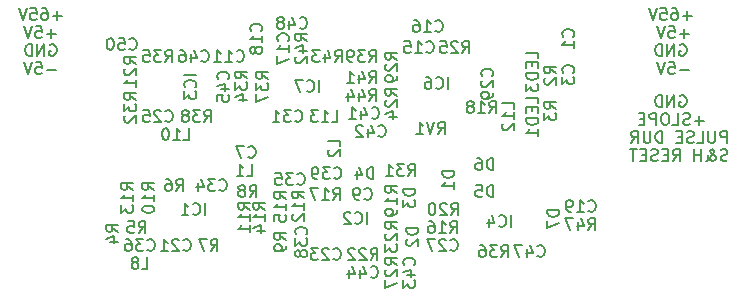
<source format=gbo>
G04 #@! TF.GenerationSoftware,KiCad,Pcbnew,5.1.10-88a1d61d58~88~ubuntu18.04.1*
G04 #@! TF.CreationDate,2021-10-01T18:12:45+02:00*
G04 #@! TF.ProjectId,signal_processing,7369676e-616c-45f7-9072-6f6365737369,rev?*
G04 #@! TF.SameCoordinates,Original*
G04 #@! TF.FileFunction,Legend,Bot*
G04 #@! TF.FilePolarity,Positive*
%FSLAX46Y46*%
G04 Gerber Fmt 4.6, Leading zero omitted, Abs format (unit mm)*
G04 Created by KiCad (PCBNEW 5.1.10-88a1d61d58~88~ubuntu18.04.1) date 2021-10-01 18:12:45*
%MOMM*%
%LPD*%
G01*
G04 APERTURE LIST*
%ADD10C,0.150000*%
%ADD11R,5.000000X1.600000*%
%ADD12R,1.600000X5.000000*%
G04 APERTURE END LIST*
D10*
X121427504Y-96091428D02*
X120665600Y-96091428D01*
X121046552Y-96472380D02*
X121046552Y-95710476D01*
X119713219Y-95472380D02*
X120189409Y-95472380D01*
X120237028Y-95948571D01*
X120189409Y-95900952D01*
X120094171Y-95853333D01*
X119856076Y-95853333D01*
X119760838Y-95900952D01*
X119713219Y-95948571D01*
X119665600Y-96043809D01*
X119665600Y-96281904D01*
X119713219Y-96377142D01*
X119760838Y-96424761D01*
X119856076Y-96472380D01*
X120094171Y-96472380D01*
X120189409Y-96424761D01*
X120237028Y-96377142D01*
X119379885Y-95472380D02*
X119046552Y-96472380D01*
X118713219Y-95472380D01*
X121427504Y-99139428D02*
X120665600Y-99139428D01*
X119713219Y-98520380D02*
X120189409Y-98520380D01*
X120237028Y-98996571D01*
X120189409Y-98948952D01*
X120094171Y-98901333D01*
X119856076Y-98901333D01*
X119760838Y-98948952D01*
X119713219Y-98996571D01*
X119665600Y-99091809D01*
X119665600Y-99329904D01*
X119713219Y-99425142D01*
X119760838Y-99472761D01*
X119856076Y-99520380D01*
X120094171Y-99520380D01*
X120189409Y-99472761D01*
X120237028Y-99425142D01*
X119379885Y-98520380D02*
X119046552Y-99520380D01*
X118713219Y-98520380D01*
X121935504Y-94567428D02*
X121173600Y-94567428D01*
X121554552Y-94948380D02*
X121554552Y-94186476D01*
X120268838Y-93948380D02*
X120459314Y-93948380D01*
X120554552Y-93996000D01*
X120602171Y-94043619D01*
X120697409Y-94186476D01*
X120745028Y-94376952D01*
X120745028Y-94757904D01*
X120697409Y-94853142D01*
X120649790Y-94900761D01*
X120554552Y-94948380D01*
X120364076Y-94948380D01*
X120268838Y-94900761D01*
X120221219Y-94853142D01*
X120173600Y-94757904D01*
X120173600Y-94519809D01*
X120221219Y-94424571D01*
X120268838Y-94376952D01*
X120364076Y-94329333D01*
X120554552Y-94329333D01*
X120649790Y-94376952D01*
X120697409Y-94424571D01*
X120745028Y-94519809D01*
X119268838Y-93948380D02*
X119745028Y-93948380D01*
X119792647Y-94424571D01*
X119745028Y-94376952D01*
X119649790Y-94329333D01*
X119411695Y-94329333D01*
X119316457Y-94376952D01*
X119268838Y-94424571D01*
X119221219Y-94519809D01*
X119221219Y-94757904D01*
X119268838Y-94853142D01*
X119316457Y-94900761D01*
X119411695Y-94948380D01*
X119649790Y-94948380D01*
X119745028Y-94900761D01*
X119792647Y-94853142D01*
X118935504Y-93948380D02*
X118602171Y-94948380D01*
X118268838Y-93948380D01*
X120903695Y-97044000D02*
X120998933Y-96996380D01*
X121141790Y-96996380D01*
X121284647Y-97044000D01*
X121379885Y-97139238D01*
X121427504Y-97234476D01*
X121475123Y-97424952D01*
X121475123Y-97567809D01*
X121427504Y-97758285D01*
X121379885Y-97853523D01*
X121284647Y-97948761D01*
X121141790Y-97996380D01*
X121046552Y-97996380D01*
X120903695Y-97948761D01*
X120856076Y-97901142D01*
X120856076Y-97567809D01*
X121046552Y-97567809D01*
X120427504Y-97996380D02*
X120427504Y-96996380D01*
X119856076Y-97996380D01*
X119856076Y-96996380D01*
X119379885Y-97996380D02*
X119379885Y-96996380D01*
X119141790Y-96996380D01*
X118998933Y-97044000D01*
X118903695Y-97139238D01*
X118856076Y-97234476D01*
X118808457Y-97424952D01*
X118808457Y-97567809D01*
X118856076Y-97758285D01*
X118903695Y-97853523D01*
X118998933Y-97948761D01*
X119141790Y-97996380D01*
X119379885Y-97996380D01*
X175275504Y-94567428D02*
X174513600Y-94567428D01*
X174894552Y-94948380D02*
X174894552Y-94186476D01*
X173608838Y-93948380D02*
X173799314Y-93948380D01*
X173894552Y-93996000D01*
X173942171Y-94043619D01*
X174037409Y-94186476D01*
X174085028Y-94376952D01*
X174085028Y-94757904D01*
X174037409Y-94853142D01*
X173989790Y-94900761D01*
X173894552Y-94948380D01*
X173704076Y-94948380D01*
X173608838Y-94900761D01*
X173561219Y-94853142D01*
X173513600Y-94757904D01*
X173513600Y-94519809D01*
X173561219Y-94424571D01*
X173608838Y-94376952D01*
X173704076Y-94329333D01*
X173894552Y-94329333D01*
X173989790Y-94376952D01*
X174037409Y-94424571D01*
X174085028Y-94519809D01*
X172608838Y-93948380D02*
X173085028Y-93948380D01*
X173132647Y-94424571D01*
X173085028Y-94376952D01*
X172989790Y-94329333D01*
X172751695Y-94329333D01*
X172656457Y-94376952D01*
X172608838Y-94424571D01*
X172561219Y-94519809D01*
X172561219Y-94757904D01*
X172608838Y-94853142D01*
X172656457Y-94900761D01*
X172751695Y-94948380D01*
X172989790Y-94948380D01*
X173085028Y-94900761D01*
X173132647Y-94853142D01*
X172275504Y-93948380D02*
X171942171Y-94948380D01*
X171608838Y-93948380D01*
X175021504Y-96091428D02*
X174259600Y-96091428D01*
X174640552Y-96472380D02*
X174640552Y-95710476D01*
X173307219Y-95472380D02*
X173783409Y-95472380D01*
X173831028Y-95948571D01*
X173783409Y-95900952D01*
X173688171Y-95853333D01*
X173450076Y-95853333D01*
X173354838Y-95900952D01*
X173307219Y-95948571D01*
X173259600Y-96043809D01*
X173259600Y-96281904D01*
X173307219Y-96377142D01*
X173354838Y-96424761D01*
X173450076Y-96472380D01*
X173688171Y-96472380D01*
X173783409Y-96424761D01*
X173831028Y-96377142D01*
X172973885Y-95472380D02*
X172640552Y-96472380D01*
X172307219Y-95472380D01*
X174243695Y-97044000D02*
X174338933Y-96996380D01*
X174481790Y-96996380D01*
X174624647Y-97044000D01*
X174719885Y-97139238D01*
X174767504Y-97234476D01*
X174815123Y-97424952D01*
X174815123Y-97567809D01*
X174767504Y-97758285D01*
X174719885Y-97853523D01*
X174624647Y-97948761D01*
X174481790Y-97996380D01*
X174386552Y-97996380D01*
X174243695Y-97948761D01*
X174196076Y-97901142D01*
X174196076Y-97567809D01*
X174386552Y-97567809D01*
X173767504Y-97996380D02*
X173767504Y-96996380D01*
X173196076Y-97996380D01*
X173196076Y-96996380D01*
X172719885Y-97996380D02*
X172719885Y-96996380D01*
X172481790Y-96996380D01*
X172338933Y-97044000D01*
X172243695Y-97139238D01*
X172196076Y-97234476D01*
X172148457Y-97424952D01*
X172148457Y-97567809D01*
X172196076Y-97758285D01*
X172243695Y-97853523D01*
X172338933Y-97948761D01*
X172481790Y-97996380D01*
X172719885Y-97996380D01*
X175021504Y-99139428D02*
X174259600Y-99139428D01*
X173307219Y-98520380D02*
X173783409Y-98520380D01*
X173831028Y-98996571D01*
X173783409Y-98948952D01*
X173688171Y-98901333D01*
X173450076Y-98901333D01*
X173354838Y-98948952D01*
X173307219Y-98996571D01*
X173259600Y-99091809D01*
X173259600Y-99329904D01*
X173307219Y-99425142D01*
X173354838Y-99472761D01*
X173450076Y-99520380D01*
X173688171Y-99520380D01*
X173783409Y-99472761D01*
X173831028Y-99425142D01*
X172973885Y-98520380D02*
X172640552Y-99520380D01*
X172307219Y-98520380D01*
X174243695Y-101362000D02*
X174338933Y-101314380D01*
X174481790Y-101314380D01*
X174624647Y-101362000D01*
X174719885Y-101457238D01*
X174767504Y-101552476D01*
X174815123Y-101742952D01*
X174815123Y-101885809D01*
X174767504Y-102076285D01*
X174719885Y-102171523D01*
X174624647Y-102266761D01*
X174481790Y-102314380D01*
X174386552Y-102314380D01*
X174243695Y-102266761D01*
X174196076Y-102219142D01*
X174196076Y-101885809D01*
X174386552Y-101885809D01*
X173767504Y-102314380D02*
X173767504Y-101314380D01*
X173196076Y-102314380D01*
X173196076Y-101314380D01*
X172719885Y-102314380D02*
X172719885Y-101314380D01*
X172481790Y-101314380D01*
X172338933Y-101362000D01*
X172243695Y-101457238D01*
X172196076Y-101552476D01*
X172148457Y-101742952D01*
X172148457Y-101885809D01*
X172196076Y-102076285D01*
X172243695Y-102171523D01*
X172338933Y-102266761D01*
X172481790Y-102314380D01*
X172719885Y-102314380D01*
X176291504Y-103457428D02*
X175529600Y-103457428D01*
X175910552Y-103838380D02*
X175910552Y-103076476D01*
X175101028Y-103790761D02*
X174958171Y-103838380D01*
X174720076Y-103838380D01*
X174624838Y-103790761D01*
X174577219Y-103743142D01*
X174529600Y-103647904D01*
X174529600Y-103552666D01*
X174577219Y-103457428D01*
X174624838Y-103409809D01*
X174720076Y-103362190D01*
X174910552Y-103314571D01*
X175005790Y-103266952D01*
X175053409Y-103219333D01*
X175101028Y-103124095D01*
X175101028Y-103028857D01*
X175053409Y-102933619D01*
X175005790Y-102886000D01*
X174910552Y-102838380D01*
X174672457Y-102838380D01*
X174529600Y-102886000D01*
X173624838Y-103838380D02*
X174101028Y-103838380D01*
X174101028Y-102838380D01*
X173101028Y-102838380D02*
X172910552Y-102838380D01*
X172815314Y-102886000D01*
X172720076Y-102981238D01*
X172672457Y-103171714D01*
X172672457Y-103505047D01*
X172720076Y-103695523D01*
X172815314Y-103790761D01*
X172910552Y-103838380D01*
X173101028Y-103838380D01*
X173196266Y-103790761D01*
X173291504Y-103695523D01*
X173339123Y-103505047D01*
X173339123Y-103171714D01*
X173291504Y-102981238D01*
X173196266Y-102886000D01*
X173101028Y-102838380D01*
X172243885Y-103838380D02*
X172243885Y-102838380D01*
X171862933Y-102838380D01*
X171767695Y-102886000D01*
X171720076Y-102933619D01*
X171672457Y-103028857D01*
X171672457Y-103171714D01*
X171720076Y-103266952D01*
X171767695Y-103314571D01*
X171862933Y-103362190D01*
X172243885Y-103362190D01*
X171243885Y-103314571D02*
X170910552Y-103314571D01*
X170767695Y-103838380D02*
X171243885Y-103838380D01*
X171243885Y-102838380D01*
X170767695Y-102838380D01*
X178226404Y-105362380D02*
X178226404Y-104362380D01*
X177845452Y-104362380D01*
X177750214Y-104410000D01*
X177702595Y-104457619D01*
X177654976Y-104552857D01*
X177654976Y-104695714D01*
X177702595Y-104790952D01*
X177750214Y-104838571D01*
X177845452Y-104886190D01*
X178226404Y-104886190D01*
X177226404Y-104362380D02*
X177226404Y-105171904D01*
X177178785Y-105267142D01*
X177131166Y-105314761D01*
X177035928Y-105362380D01*
X176845452Y-105362380D01*
X176750214Y-105314761D01*
X176702595Y-105267142D01*
X176654976Y-105171904D01*
X176654976Y-104362380D01*
X175702595Y-105362380D02*
X176178785Y-105362380D01*
X176178785Y-104362380D01*
X175416880Y-105314761D02*
X175274023Y-105362380D01*
X175035928Y-105362380D01*
X174940690Y-105314761D01*
X174893071Y-105267142D01*
X174845452Y-105171904D01*
X174845452Y-105076666D01*
X174893071Y-104981428D01*
X174940690Y-104933809D01*
X175035928Y-104886190D01*
X175226404Y-104838571D01*
X175321642Y-104790952D01*
X175369261Y-104743333D01*
X175416880Y-104648095D01*
X175416880Y-104552857D01*
X175369261Y-104457619D01*
X175321642Y-104410000D01*
X175226404Y-104362380D01*
X174988309Y-104362380D01*
X174845452Y-104410000D01*
X174416880Y-104838571D02*
X174083547Y-104838571D01*
X173940690Y-105362380D02*
X174416880Y-105362380D01*
X174416880Y-104362380D01*
X173940690Y-104362380D01*
X172750214Y-105362380D02*
X172750214Y-104362380D01*
X172512119Y-104362380D01*
X172369261Y-104410000D01*
X172274023Y-104505238D01*
X172226404Y-104600476D01*
X172178785Y-104790952D01*
X172178785Y-104933809D01*
X172226404Y-105124285D01*
X172274023Y-105219523D01*
X172369261Y-105314761D01*
X172512119Y-105362380D01*
X172750214Y-105362380D01*
X171750214Y-104362380D02*
X171750214Y-105171904D01*
X171702595Y-105267142D01*
X171654976Y-105314761D01*
X171559738Y-105362380D01*
X171369261Y-105362380D01*
X171274023Y-105314761D01*
X171226404Y-105267142D01*
X171178785Y-105171904D01*
X171178785Y-104362380D01*
X170131166Y-105362380D02*
X170464500Y-104886190D01*
X170702595Y-105362380D02*
X170702595Y-104362380D01*
X170321642Y-104362380D01*
X170226404Y-104410000D01*
X170178785Y-104457619D01*
X170131166Y-104552857D01*
X170131166Y-104695714D01*
X170178785Y-104790952D01*
X170226404Y-104838571D01*
X170321642Y-104886190D01*
X170702595Y-104886190D01*
X178274023Y-106838761D02*
X178131166Y-106886380D01*
X177893071Y-106886380D01*
X177797833Y-106838761D01*
X177750214Y-106791142D01*
X177702595Y-106695904D01*
X177702595Y-106600666D01*
X177750214Y-106505428D01*
X177797833Y-106457809D01*
X177893071Y-106410190D01*
X178083547Y-106362571D01*
X178178785Y-106314952D01*
X178226404Y-106267333D01*
X178274023Y-106172095D01*
X178274023Y-106076857D01*
X178226404Y-105981619D01*
X178178785Y-105934000D01*
X178083547Y-105886380D01*
X177845452Y-105886380D01*
X177702595Y-105934000D01*
X176464500Y-106886380D02*
X176512119Y-106886380D01*
X176607357Y-106838761D01*
X176750214Y-106695904D01*
X176988309Y-106410190D01*
X177083547Y-106267333D01*
X177131166Y-106124476D01*
X177131166Y-106029238D01*
X177083547Y-105934000D01*
X176988309Y-105886380D01*
X176940690Y-105886380D01*
X176845452Y-105934000D01*
X176797833Y-106029238D01*
X176797833Y-106076857D01*
X176845452Y-106172095D01*
X176893071Y-106219714D01*
X177178785Y-106410190D01*
X177226404Y-106457809D01*
X177274023Y-106553047D01*
X177274023Y-106695904D01*
X177226404Y-106791142D01*
X177178785Y-106838761D01*
X177083547Y-106886380D01*
X176940690Y-106886380D01*
X176845452Y-106838761D01*
X176797833Y-106791142D01*
X176654976Y-106600666D01*
X176607357Y-106457809D01*
X176607357Y-106362571D01*
X176035928Y-106886380D02*
X176035928Y-105886380D01*
X176035928Y-106362571D02*
X175464500Y-106362571D01*
X175464500Y-106886380D02*
X175464500Y-105886380D01*
X173654976Y-106886380D02*
X173988309Y-106410190D01*
X174226404Y-106886380D02*
X174226404Y-105886380D01*
X173845452Y-105886380D01*
X173750214Y-105934000D01*
X173702595Y-105981619D01*
X173654976Y-106076857D01*
X173654976Y-106219714D01*
X173702595Y-106314952D01*
X173750214Y-106362571D01*
X173845452Y-106410190D01*
X174226404Y-106410190D01*
X173226404Y-106362571D02*
X172893071Y-106362571D01*
X172750214Y-106886380D02*
X173226404Y-106886380D01*
X173226404Y-105886380D01*
X172750214Y-105886380D01*
X172369261Y-106838761D02*
X172226404Y-106886380D01*
X171988309Y-106886380D01*
X171893071Y-106838761D01*
X171845452Y-106791142D01*
X171797833Y-106695904D01*
X171797833Y-106600666D01*
X171845452Y-106505428D01*
X171893071Y-106457809D01*
X171988309Y-106410190D01*
X172178785Y-106362571D01*
X172274023Y-106314952D01*
X172321642Y-106267333D01*
X172369261Y-106172095D01*
X172369261Y-106076857D01*
X172321642Y-105981619D01*
X172274023Y-105934000D01*
X172178785Y-105886380D01*
X171940690Y-105886380D01*
X171797833Y-105934000D01*
X171369261Y-106362571D02*
X171035928Y-106362571D01*
X170893071Y-106886380D02*
X171369261Y-106886380D01*
X171369261Y-105886380D01*
X170893071Y-105886380D01*
X170607357Y-105886380D02*
X170035928Y-105886380D01*
X170321642Y-106886380D02*
X170321642Y-105886380D01*
X147962857Y-98496380D02*
X148296190Y-98020190D01*
X148534285Y-98496380D02*
X148534285Y-97496380D01*
X148153333Y-97496380D01*
X148058095Y-97544000D01*
X148010476Y-97591619D01*
X147962857Y-97686857D01*
X147962857Y-97829714D01*
X148010476Y-97924952D01*
X148058095Y-97972571D01*
X148153333Y-98020190D01*
X148534285Y-98020190D01*
X147629523Y-97496380D02*
X147010476Y-97496380D01*
X147343809Y-97877333D01*
X147200952Y-97877333D01*
X147105714Y-97924952D01*
X147058095Y-97972571D01*
X147010476Y-98067809D01*
X147010476Y-98305904D01*
X147058095Y-98401142D01*
X147105714Y-98448761D01*
X147200952Y-98496380D01*
X147486666Y-98496380D01*
X147581904Y-98448761D01*
X147629523Y-98401142D01*
X146534285Y-98496380D02*
X146343809Y-98496380D01*
X146248571Y-98448761D01*
X146200952Y-98401142D01*
X146105714Y-98258285D01*
X146058095Y-98067809D01*
X146058095Y-97686857D01*
X146105714Y-97591619D01*
X146153333Y-97544000D01*
X146248571Y-97496380D01*
X146439047Y-97496380D01*
X146534285Y-97544000D01*
X146581904Y-97591619D01*
X146629523Y-97686857D01*
X146629523Y-97924952D01*
X146581904Y-98020190D01*
X146534285Y-98067809D01*
X146439047Y-98115428D01*
X146248571Y-98115428D01*
X146153333Y-98067809D01*
X146105714Y-98020190D01*
X146058095Y-97924952D01*
X147788190Y-112212380D02*
X147788190Y-111212380D01*
X146740571Y-112117142D02*
X146788190Y-112164761D01*
X146931047Y-112212380D01*
X147026285Y-112212380D01*
X147169142Y-112164761D01*
X147264380Y-112069523D01*
X147312000Y-111974285D01*
X147359619Y-111783809D01*
X147359619Y-111640952D01*
X147312000Y-111450476D01*
X147264380Y-111355238D01*
X147169142Y-111260000D01*
X147026285Y-111212380D01*
X146931047Y-111212380D01*
X146788190Y-111260000D01*
X146740571Y-111307619D01*
X146359619Y-111307619D02*
X146312000Y-111260000D01*
X146216761Y-111212380D01*
X145978666Y-111212380D01*
X145883428Y-111260000D01*
X145835809Y-111307619D01*
X145788190Y-111402857D01*
X145788190Y-111498095D01*
X145835809Y-111640952D01*
X146407238Y-112212380D01*
X145788190Y-112212380D01*
X143724190Y-101036380D02*
X143724190Y-100036380D01*
X142676571Y-100941142D02*
X142724190Y-100988761D01*
X142867047Y-101036380D01*
X142962285Y-101036380D01*
X143105142Y-100988761D01*
X143200380Y-100893523D01*
X143248000Y-100798285D01*
X143295619Y-100607809D01*
X143295619Y-100464952D01*
X143248000Y-100274476D01*
X143200380Y-100179238D01*
X143105142Y-100084000D01*
X142962285Y-100036380D01*
X142867047Y-100036380D01*
X142724190Y-100084000D01*
X142676571Y-100131619D01*
X142343238Y-100036380D02*
X141676571Y-100036380D01*
X142105142Y-101036380D01*
X154646190Y-100782380D02*
X154646190Y-99782380D01*
X153598571Y-100687142D02*
X153646190Y-100734761D01*
X153789047Y-100782380D01*
X153884285Y-100782380D01*
X154027142Y-100734761D01*
X154122380Y-100639523D01*
X154170000Y-100544285D01*
X154217619Y-100353809D01*
X154217619Y-100210952D01*
X154170000Y-100020476D01*
X154122380Y-99925238D01*
X154027142Y-99830000D01*
X153884285Y-99782380D01*
X153789047Y-99782380D01*
X153646190Y-99830000D01*
X153598571Y-99877619D01*
X152741428Y-99782380D02*
X152931904Y-99782380D01*
X153027142Y-99830000D01*
X153074761Y-99877619D01*
X153170000Y-100020476D01*
X153217619Y-100210952D01*
X153217619Y-100591904D01*
X153170000Y-100687142D01*
X153122380Y-100734761D01*
X153027142Y-100782380D01*
X152836666Y-100782380D01*
X152741428Y-100734761D01*
X152693809Y-100687142D01*
X152646190Y-100591904D01*
X152646190Y-100353809D01*
X152693809Y-100258571D01*
X152741428Y-100210952D01*
X152836666Y-100163333D01*
X153027142Y-100163333D01*
X153122380Y-100210952D01*
X153170000Y-100258571D01*
X153217619Y-100353809D01*
X159980190Y-112466380D02*
X159980190Y-111466380D01*
X158932571Y-112371142D02*
X158980190Y-112418761D01*
X159123047Y-112466380D01*
X159218285Y-112466380D01*
X159361142Y-112418761D01*
X159456380Y-112323523D01*
X159504000Y-112228285D01*
X159551619Y-112037809D01*
X159551619Y-111894952D01*
X159504000Y-111704476D01*
X159456380Y-111609238D01*
X159361142Y-111514000D01*
X159218285Y-111466380D01*
X159123047Y-111466380D01*
X158980190Y-111514000D01*
X158932571Y-111561619D01*
X158075428Y-111799714D02*
X158075428Y-112466380D01*
X158313523Y-111418761D02*
X158551619Y-112133047D01*
X157932571Y-112133047D01*
X133294380Y-99607809D02*
X132294380Y-99607809D01*
X133199142Y-100655428D02*
X133246761Y-100607809D01*
X133294380Y-100464952D01*
X133294380Y-100369714D01*
X133246761Y-100226857D01*
X133151523Y-100131619D01*
X133056285Y-100084000D01*
X132865809Y-100036380D01*
X132722952Y-100036380D01*
X132532476Y-100084000D01*
X132437238Y-100131619D01*
X132342000Y-100226857D01*
X132294380Y-100369714D01*
X132294380Y-100464952D01*
X132342000Y-100607809D01*
X132389619Y-100655428D01*
X132294380Y-100988761D02*
X132294380Y-101607809D01*
X132675333Y-101274476D01*
X132675333Y-101417333D01*
X132722952Y-101512571D01*
X132770571Y-101560190D01*
X132865809Y-101607809D01*
X133103904Y-101607809D01*
X133199142Y-101560190D01*
X133246761Y-101512571D01*
X133294380Y-101417333D01*
X133294380Y-101131619D01*
X133246761Y-101036380D01*
X133199142Y-100988761D01*
X134072190Y-111450380D02*
X134072190Y-110450380D01*
X133024571Y-111355142D02*
X133072190Y-111402761D01*
X133215047Y-111450380D01*
X133310285Y-111450380D01*
X133453142Y-111402761D01*
X133548380Y-111307523D01*
X133596000Y-111212285D01*
X133643619Y-111021809D01*
X133643619Y-110878952D01*
X133596000Y-110688476D01*
X133548380Y-110593238D01*
X133453142Y-110498000D01*
X133310285Y-110450380D01*
X133215047Y-110450380D01*
X133072190Y-110498000D01*
X133024571Y-110545619D01*
X132072190Y-111450380D02*
X132643619Y-111450380D01*
X132357904Y-111450380D02*
X132357904Y-110450380D01*
X132453142Y-110593238D01*
X132548380Y-110688476D01*
X132643619Y-110736095D01*
X127642857Y-97385142D02*
X127690476Y-97432761D01*
X127833333Y-97480380D01*
X127928571Y-97480380D01*
X128071428Y-97432761D01*
X128166666Y-97337523D01*
X128214285Y-97242285D01*
X128261904Y-97051809D01*
X128261904Y-96908952D01*
X128214285Y-96718476D01*
X128166666Y-96623238D01*
X128071428Y-96528000D01*
X127928571Y-96480380D01*
X127833333Y-96480380D01*
X127690476Y-96528000D01*
X127642857Y-96575619D01*
X126738095Y-96480380D02*
X127214285Y-96480380D01*
X127261904Y-96956571D01*
X127214285Y-96908952D01*
X127119047Y-96861333D01*
X126880952Y-96861333D01*
X126785714Y-96908952D01*
X126738095Y-96956571D01*
X126690476Y-97051809D01*
X126690476Y-97289904D01*
X126738095Y-97385142D01*
X126785714Y-97432761D01*
X126880952Y-97480380D01*
X127119047Y-97480380D01*
X127214285Y-97432761D01*
X127261904Y-97385142D01*
X126071428Y-96480380D02*
X125976190Y-96480380D01*
X125880952Y-96528000D01*
X125833333Y-96575619D01*
X125785714Y-96670857D01*
X125738095Y-96861333D01*
X125738095Y-97099428D01*
X125785714Y-97289904D01*
X125833333Y-97385142D01*
X125880952Y-97432761D01*
X125976190Y-97480380D01*
X126071428Y-97480380D01*
X126166666Y-97432761D01*
X126214285Y-97385142D01*
X126261904Y-97289904D01*
X126309523Y-97099428D01*
X126309523Y-96861333D01*
X126261904Y-96670857D01*
X126214285Y-96575619D01*
X126166666Y-96528000D01*
X126071428Y-96480380D01*
X147962857Y-101798380D02*
X148296190Y-101322190D01*
X148534285Y-101798380D02*
X148534285Y-100798380D01*
X148153333Y-100798380D01*
X148058095Y-100846000D01*
X148010476Y-100893619D01*
X147962857Y-100988857D01*
X147962857Y-101131714D01*
X148010476Y-101226952D01*
X148058095Y-101274571D01*
X148153333Y-101322190D01*
X148534285Y-101322190D01*
X147105714Y-101131714D02*
X147105714Y-101798380D01*
X147343809Y-100750761D02*
X147581904Y-101465047D01*
X146962857Y-101465047D01*
X146153333Y-101131714D02*
X146153333Y-101798380D01*
X146391428Y-100750761D02*
X146629523Y-101465047D01*
X146010476Y-101465047D01*
X147962857Y-100274380D02*
X148296190Y-99798190D01*
X148534285Y-100274380D02*
X148534285Y-99274380D01*
X148153333Y-99274380D01*
X148058095Y-99322000D01*
X148010476Y-99369619D01*
X147962857Y-99464857D01*
X147962857Y-99607714D01*
X148010476Y-99702952D01*
X148058095Y-99750571D01*
X148153333Y-99798190D01*
X148534285Y-99798190D01*
X147105714Y-99607714D02*
X147105714Y-100274380D01*
X147343809Y-99226761D02*
X147581904Y-99941047D01*
X146962857Y-99941047D01*
X146058095Y-100274380D02*
X146629523Y-100274380D01*
X146343809Y-100274380D02*
X146343809Y-99274380D01*
X146439047Y-99417238D01*
X146534285Y-99512476D01*
X146629523Y-99560095D01*
X153757238Y-104592380D02*
X154090571Y-104116190D01*
X154328666Y-104592380D02*
X154328666Y-103592380D01*
X153947714Y-103592380D01*
X153852476Y-103640000D01*
X153804857Y-103687619D01*
X153757238Y-103782857D01*
X153757238Y-103925714D01*
X153804857Y-104020952D01*
X153852476Y-104068571D01*
X153947714Y-104116190D01*
X154328666Y-104116190D01*
X153471523Y-103592380D02*
X153138190Y-104592380D01*
X152804857Y-103592380D01*
X151947714Y-104592380D02*
X152519142Y-104592380D01*
X152233428Y-104592380D02*
X152233428Y-103592380D01*
X152328666Y-103735238D01*
X152423904Y-103830476D01*
X152519142Y-103878095D01*
X148724857Y-104751142D02*
X148772476Y-104798761D01*
X148915333Y-104846380D01*
X149010571Y-104846380D01*
X149153428Y-104798761D01*
X149248666Y-104703523D01*
X149296285Y-104608285D01*
X149343904Y-104417809D01*
X149343904Y-104274952D01*
X149296285Y-104084476D01*
X149248666Y-103989238D01*
X149153428Y-103894000D01*
X149010571Y-103846380D01*
X148915333Y-103846380D01*
X148772476Y-103894000D01*
X148724857Y-103941619D01*
X147867714Y-104179714D02*
X147867714Y-104846380D01*
X148105809Y-103798761D02*
X148343904Y-104513047D01*
X147724857Y-104513047D01*
X147391523Y-103941619D02*
X147343904Y-103894000D01*
X147248666Y-103846380D01*
X147010571Y-103846380D01*
X146915333Y-103894000D01*
X146867714Y-103941619D01*
X146820095Y-104036857D01*
X146820095Y-104132095D01*
X146867714Y-104274952D01*
X147439142Y-104846380D01*
X146820095Y-104846380D01*
X148153357Y-103227142D02*
X148200976Y-103274761D01*
X148343833Y-103322380D01*
X148439071Y-103322380D01*
X148581928Y-103274761D01*
X148677166Y-103179523D01*
X148724785Y-103084285D01*
X148772404Y-102893809D01*
X148772404Y-102750952D01*
X148724785Y-102560476D01*
X148677166Y-102465238D01*
X148581928Y-102370000D01*
X148439071Y-102322380D01*
X148343833Y-102322380D01*
X148200976Y-102370000D01*
X148153357Y-102417619D01*
X147296214Y-102655714D02*
X147296214Y-103322380D01*
X147534309Y-102274761D02*
X147772404Y-102989047D01*
X147153357Y-102989047D01*
X146248595Y-103322380D02*
X146820023Y-103322380D01*
X146534309Y-103322380D02*
X146534309Y-102322380D01*
X146629547Y-102465238D01*
X146724785Y-102560476D01*
X146820023Y-102608095D01*
X129738380Y-109339142D02*
X129262190Y-109005809D01*
X129738380Y-108767714D02*
X128738380Y-108767714D01*
X128738380Y-109148666D01*
X128786000Y-109243904D01*
X128833619Y-109291523D01*
X128928857Y-109339142D01*
X129071714Y-109339142D01*
X129166952Y-109291523D01*
X129214571Y-109243904D01*
X129262190Y-109148666D01*
X129262190Y-108767714D01*
X129738380Y-110291523D02*
X129738380Y-109720095D01*
X129738380Y-110005809D02*
X128738380Y-110005809D01*
X128881238Y-109910571D01*
X128976476Y-109815333D01*
X129024095Y-109720095D01*
X128738380Y-110910571D02*
X128738380Y-111005809D01*
X128786000Y-111101047D01*
X128833619Y-111148666D01*
X128928857Y-111196285D01*
X129119333Y-111243904D01*
X129357428Y-111243904D01*
X129547904Y-111196285D01*
X129643142Y-111148666D01*
X129690761Y-111101047D01*
X129738380Y-111005809D01*
X129738380Y-110910571D01*
X129690761Y-110815333D01*
X129643142Y-110767714D01*
X129547904Y-110720095D01*
X129357428Y-110672476D01*
X129119333Y-110672476D01*
X128928857Y-110720095D01*
X128833619Y-110767714D01*
X128786000Y-110815333D01*
X128738380Y-110910571D01*
X135993142Y-99941142D02*
X136040761Y-99893523D01*
X136088380Y-99750666D01*
X136088380Y-99655428D01*
X136040761Y-99512571D01*
X135945523Y-99417333D01*
X135850285Y-99369714D01*
X135659809Y-99322095D01*
X135516952Y-99322095D01*
X135326476Y-99369714D01*
X135231238Y-99417333D01*
X135136000Y-99512571D01*
X135088380Y-99655428D01*
X135088380Y-99750666D01*
X135136000Y-99893523D01*
X135183619Y-99941142D01*
X135421714Y-100798285D02*
X136088380Y-100798285D01*
X135040761Y-100560190D02*
X135755047Y-100322095D01*
X135755047Y-100941142D01*
X135088380Y-101798285D02*
X135088380Y-101322095D01*
X135564571Y-101274476D01*
X135516952Y-101322095D01*
X135469333Y-101417333D01*
X135469333Y-101655428D01*
X135516952Y-101750666D01*
X135564571Y-101798285D01*
X135659809Y-101845904D01*
X135897904Y-101845904D01*
X135993142Y-101798285D01*
X136040761Y-101750666D01*
X136088380Y-101655428D01*
X136088380Y-101417333D01*
X136040761Y-101322095D01*
X135993142Y-101274476D01*
X142438380Y-110037642D02*
X141962190Y-109704309D01*
X142438380Y-109466214D02*
X141438380Y-109466214D01*
X141438380Y-109847166D01*
X141486000Y-109942404D01*
X141533619Y-109990023D01*
X141628857Y-110037642D01*
X141771714Y-110037642D01*
X141866952Y-109990023D01*
X141914571Y-109942404D01*
X141962190Y-109847166D01*
X141962190Y-109466214D01*
X142438380Y-110990023D02*
X142438380Y-110418595D01*
X142438380Y-110704309D02*
X141438380Y-110704309D01*
X141581238Y-110609071D01*
X141676476Y-110513833D01*
X141724095Y-110418595D01*
X141533619Y-111370976D02*
X141486000Y-111418595D01*
X141438380Y-111513833D01*
X141438380Y-111751928D01*
X141486000Y-111847166D01*
X141533619Y-111894785D01*
X141628857Y-111942404D01*
X141724095Y-111942404D01*
X141866952Y-111894785D01*
X142438380Y-111323357D01*
X142438380Y-111942404D01*
X155836857Y-97734380D02*
X156170190Y-97258190D01*
X156408285Y-97734380D02*
X156408285Y-96734380D01*
X156027333Y-96734380D01*
X155932095Y-96782000D01*
X155884476Y-96829619D01*
X155836857Y-96924857D01*
X155836857Y-97067714D01*
X155884476Y-97162952D01*
X155932095Y-97210571D01*
X156027333Y-97258190D01*
X156408285Y-97258190D01*
X155455904Y-96829619D02*
X155408285Y-96782000D01*
X155313047Y-96734380D01*
X155074952Y-96734380D01*
X154979714Y-96782000D01*
X154932095Y-96829619D01*
X154884476Y-96924857D01*
X154884476Y-97020095D01*
X154932095Y-97162952D01*
X155503523Y-97734380D01*
X154884476Y-97734380D01*
X153979714Y-96734380D02*
X154455904Y-96734380D01*
X154503523Y-97210571D01*
X154455904Y-97162952D01*
X154360666Y-97115333D01*
X154122571Y-97115333D01*
X154027333Y-97162952D01*
X153979714Y-97210571D01*
X153932095Y-97305809D01*
X153932095Y-97543904D01*
X153979714Y-97639142D01*
X154027333Y-97686761D01*
X154122571Y-97734380D01*
X154360666Y-97734380D01*
X154455904Y-97686761D01*
X154503523Y-97639142D01*
X145041857Y-98496380D02*
X145375190Y-98020190D01*
X145613285Y-98496380D02*
X145613285Y-97496380D01*
X145232333Y-97496380D01*
X145137095Y-97544000D01*
X145089476Y-97591619D01*
X145041857Y-97686857D01*
X145041857Y-97829714D01*
X145089476Y-97924952D01*
X145137095Y-97972571D01*
X145232333Y-98020190D01*
X145613285Y-98020190D01*
X144184714Y-97829714D02*
X144184714Y-98496380D01*
X144422809Y-97448761D02*
X144660904Y-98163047D01*
X144041857Y-98163047D01*
X143756142Y-97496380D02*
X143137095Y-97496380D01*
X143470428Y-97877333D01*
X143327571Y-97877333D01*
X143232333Y-97924952D01*
X143184714Y-97972571D01*
X143137095Y-98067809D01*
X143137095Y-98305904D01*
X143184714Y-98401142D01*
X143232333Y-98448761D01*
X143327571Y-98496380D01*
X143613285Y-98496380D01*
X143708523Y-98448761D01*
X143756142Y-98401142D01*
X140914380Y-110101142D02*
X140438190Y-109767809D01*
X140914380Y-109529714D02*
X139914380Y-109529714D01*
X139914380Y-109910666D01*
X139962000Y-110005904D01*
X140009619Y-110053523D01*
X140104857Y-110101142D01*
X140247714Y-110101142D01*
X140342952Y-110053523D01*
X140390571Y-110005904D01*
X140438190Y-109910666D01*
X140438190Y-109529714D01*
X140914380Y-111053523D02*
X140914380Y-110482095D01*
X140914380Y-110767809D02*
X139914380Y-110767809D01*
X140057238Y-110672571D01*
X140152476Y-110577333D01*
X140200095Y-110482095D01*
X139914380Y-111958285D02*
X139914380Y-111482095D01*
X140390571Y-111434476D01*
X140342952Y-111482095D01*
X140295333Y-111577333D01*
X140295333Y-111815428D01*
X140342952Y-111910666D01*
X140390571Y-111958285D01*
X140485809Y-112005904D01*
X140723904Y-112005904D01*
X140819142Y-111958285D01*
X140866761Y-111910666D01*
X140914380Y-111815428D01*
X140914380Y-111577333D01*
X140866761Y-111482095D01*
X140819142Y-111434476D01*
X139390380Y-99941142D02*
X138914190Y-99607809D01*
X139390380Y-99369714D02*
X138390380Y-99369714D01*
X138390380Y-99750666D01*
X138438000Y-99845904D01*
X138485619Y-99893523D01*
X138580857Y-99941142D01*
X138723714Y-99941142D01*
X138818952Y-99893523D01*
X138866571Y-99845904D01*
X138914190Y-99750666D01*
X138914190Y-99369714D01*
X138390380Y-100274476D02*
X138390380Y-100893523D01*
X138771333Y-100560190D01*
X138771333Y-100703047D01*
X138818952Y-100798285D01*
X138866571Y-100845904D01*
X138961809Y-100893523D01*
X139199904Y-100893523D01*
X139295142Y-100845904D01*
X139342761Y-100798285D01*
X139390380Y-100703047D01*
X139390380Y-100417333D01*
X139342761Y-100322095D01*
X139295142Y-100274476D01*
X138390380Y-101226857D02*
X138390380Y-101893523D01*
X139390380Y-101464952D01*
X150312380Y-98290142D02*
X149836190Y-97956809D01*
X150312380Y-97718714D02*
X149312380Y-97718714D01*
X149312380Y-98099666D01*
X149360000Y-98194904D01*
X149407619Y-98242523D01*
X149502857Y-98290142D01*
X149645714Y-98290142D01*
X149740952Y-98242523D01*
X149788571Y-98194904D01*
X149836190Y-98099666D01*
X149836190Y-97718714D01*
X149407619Y-98671095D02*
X149360000Y-98718714D01*
X149312380Y-98813952D01*
X149312380Y-99052047D01*
X149360000Y-99147285D01*
X149407619Y-99194904D01*
X149502857Y-99242523D01*
X149598095Y-99242523D01*
X149740952Y-99194904D01*
X150312380Y-98623476D01*
X150312380Y-99242523D01*
X150312380Y-99718714D02*
X150312380Y-99909190D01*
X150264761Y-100004428D01*
X150217142Y-100052047D01*
X150074285Y-100147285D01*
X149883809Y-100194904D01*
X149502857Y-100194904D01*
X149407619Y-100147285D01*
X149360000Y-100099666D01*
X149312380Y-100004428D01*
X149312380Y-99813952D01*
X149360000Y-99718714D01*
X149407619Y-99671095D01*
X149502857Y-99623476D01*
X149740952Y-99623476D01*
X149836190Y-99671095D01*
X149883809Y-99718714D01*
X149931428Y-99813952D01*
X149931428Y-100004428D01*
X149883809Y-100099666D01*
X149836190Y-100147285D01*
X149740952Y-100194904D01*
X150312380Y-101338142D02*
X149836190Y-101004809D01*
X150312380Y-100766714D02*
X149312380Y-100766714D01*
X149312380Y-101147666D01*
X149360000Y-101242904D01*
X149407619Y-101290523D01*
X149502857Y-101338142D01*
X149645714Y-101338142D01*
X149740952Y-101290523D01*
X149788571Y-101242904D01*
X149836190Y-101147666D01*
X149836190Y-100766714D01*
X149407619Y-101719095D02*
X149360000Y-101766714D01*
X149312380Y-101861952D01*
X149312380Y-102100047D01*
X149360000Y-102195285D01*
X149407619Y-102242904D01*
X149502857Y-102290523D01*
X149598095Y-102290523D01*
X149740952Y-102242904D01*
X150312380Y-101671476D01*
X150312380Y-102290523D01*
X149645714Y-103147666D02*
X150312380Y-103147666D01*
X149264761Y-102909571D02*
X149979047Y-102671476D01*
X149979047Y-103290523D01*
X142692380Y-96702642D02*
X142216190Y-96369309D01*
X142692380Y-96131214D02*
X141692380Y-96131214D01*
X141692380Y-96512166D01*
X141740000Y-96607404D01*
X141787619Y-96655023D01*
X141882857Y-96702642D01*
X142025714Y-96702642D01*
X142120952Y-96655023D01*
X142168571Y-96607404D01*
X142216190Y-96512166D01*
X142216190Y-96131214D01*
X142025714Y-97559785D02*
X142692380Y-97559785D01*
X141644761Y-97321690D02*
X142359047Y-97083595D01*
X142359047Y-97702642D01*
X141787619Y-98035976D02*
X141740000Y-98083595D01*
X141692380Y-98178833D01*
X141692380Y-98416928D01*
X141740000Y-98512166D01*
X141787619Y-98559785D01*
X141882857Y-98607404D01*
X141978095Y-98607404D01*
X142120952Y-98559785D01*
X142692380Y-97988357D01*
X142692380Y-98607404D01*
X140914380Y-113561833D02*
X140438190Y-113228500D01*
X140914380Y-112990404D02*
X139914380Y-112990404D01*
X139914380Y-113371357D01*
X139962000Y-113466595D01*
X140009619Y-113514214D01*
X140104857Y-113561833D01*
X140247714Y-113561833D01*
X140342952Y-113514214D01*
X140390571Y-113466595D01*
X140438190Y-113371357D01*
X140438190Y-112990404D01*
X140914380Y-114038023D02*
X140914380Y-114228500D01*
X140866761Y-114323738D01*
X140819142Y-114371357D01*
X140676285Y-114466595D01*
X140485809Y-114514214D01*
X140104857Y-114514214D01*
X140009619Y-114466595D01*
X139962000Y-114418976D01*
X139914380Y-114323738D01*
X139914380Y-114133261D01*
X139962000Y-114038023D01*
X140009619Y-113990404D01*
X140104857Y-113942785D01*
X140342952Y-113942785D01*
X140438190Y-113990404D01*
X140485809Y-114038023D01*
X140533428Y-114133261D01*
X140533428Y-114323738D01*
X140485809Y-114418976D01*
X140438190Y-114466595D01*
X140342952Y-114514214D01*
X158122857Y-102814380D02*
X158456190Y-102338190D01*
X158694285Y-102814380D02*
X158694285Y-101814380D01*
X158313333Y-101814380D01*
X158218095Y-101862000D01*
X158170476Y-101909619D01*
X158122857Y-102004857D01*
X158122857Y-102147714D01*
X158170476Y-102242952D01*
X158218095Y-102290571D01*
X158313333Y-102338190D01*
X158694285Y-102338190D01*
X157170476Y-102814380D02*
X157741904Y-102814380D01*
X157456190Y-102814380D02*
X157456190Y-101814380D01*
X157551428Y-101957238D01*
X157646666Y-102052476D01*
X157741904Y-102100095D01*
X156599047Y-102242952D02*
X156694285Y-102195333D01*
X156741904Y-102147714D01*
X156789523Y-102052476D01*
X156789523Y-102004857D01*
X156741904Y-101909619D01*
X156694285Y-101862000D01*
X156599047Y-101814380D01*
X156408571Y-101814380D01*
X156313333Y-101862000D01*
X156265714Y-101909619D01*
X156218095Y-102004857D01*
X156218095Y-102052476D01*
X156265714Y-102147714D01*
X156313333Y-102195333D01*
X156408571Y-102242952D01*
X156599047Y-102242952D01*
X156694285Y-102290571D01*
X156741904Y-102338190D01*
X156789523Y-102433428D01*
X156789523Y-102623904D01*
X156741904Y-102719142D01*
X156694285Y-102766761D01*
X156599047Y-102814380D01*
X156408571Y-102814380D01*
X156313333Y-102766761D01*
X156265714Y-102719142D01*
X156218095Y-102623904D01*
X156218095Y-102433428D01*
X156265714Y-102338190D01*
X156313333Y-102290571D01*
X156408571Y-102242952D01*
X137834666Y-109926380D02*
X138168000Y-109450190D01*
X138406095Y-109926380D02*
X138406095Y-108926380D01*
X138025142Y-108926380D01*
X137929904Y-108974000D01*
X137882285Y-109021619D01*
X137834666Y-109116857D01*
X137834666Y-109259714D01*
X137882285Y-109354952D01*
X137929904Y-109402571D01*
X138025142Y-109450190D01*
X138406095Y-109450190D01*
X137263238Y-109354952D02*
X137358476Y-109307333D01*
X137406095Y-109259714D01*
X137453714Y-109164476D01*
X137453714Y-109116857D01*
X137406095Y-109021619D01*
X137358476Y-108974000D01*
X137263238Y-108926380D01*
X137072761Y-108926380D01*
X136977523Y-108974000D01*
X136929904Y-109021619D01*
X136882285Y-109116857D01*
X136882285Y-109164476D01*
X136929904Y-109259714D01*
X136977523Y-109307333D01*
X137072761Y-109354952D01*
X137263238Y-109354952D01*
X137358476Y-109402571D01*
X137406095Y-109450190D01*
X137453714Y-109545428D01*
X137453714Y-109735904D01*
X137406095Y-109831142D01*
X137358476Y-109878761D01*
X137263238Y-109926380D01*
X137072761Y-109926380D01*
X136977523Y-109878761D01*
X136929904Y-109831142D01*
X136882285Y-109735904D01*
X136882285Y-109545428D01*
X136929904Y-109450190D01*
X136977523Y-109402571D01*
X137072761Y-109354952D01*
X137866380Y-110990142D02*
X137390190Y-110656809D01*
X137866380Y-110418714D02*
X136866380Y-110418714D01*
X136866380Y-110799666D01*
X136914000Y-110894904D01*
X136961619Y-110942523D01*
X137056857Y-110990142D01*
X137199714Y-110990142D01*
X137294952Y-110942523D01*
X137342571Y-110894904D01*
X137390190Y-110799666D01*
X137390190Y-110418714D01*
X137866380Y-111942523D02*
X137866380Y-111371095D01*
X137866380Y-111656809D02*
X136866380Y-111656809D01*
X137009238Y-111561571D01*
X137104476Y-111466333D01*
X137152095Y-111371095D01*
X137866380Y-112894904D02*
X137866380Y-112323476D01*
X137866380Y-112609190D02*
X136866380Y-112609190D01*
X137009238Y-112513952D01*
X137104476Y-112418714D01*
X137152095Y-112323476D01*
X137612380Y-99877642D02*
X137136190Y-99544309D01*
X137612380Y-99306214D02*
X136612380Y-99306214D01*
X136612380Y-99687166D01*
X136660000Y-99782404D01*
X136707619Y-99830023D01*
X136802857Y-99877642D01*
X136945714Y-99877642D01*
X137040952Y-99830023D01*
X137088571Y-99782404D01*
X137136190Y-99687166D01*
X137136190Y-99306214D01*
X136612380Y-100210976D02*
X136612380Y-100830023D01*
X136993333Y-100496690D01*
X136993333Y-100639547D01*
X137040952Y-100734785D01*
X137088571Y-100782404D01*
X137183809Y-100830023D01*
X137421904Y-100830023D01*
X137517142Y-100782404D01*
X137564761Y-100734785D01*
X137612380Y-100639547D01*
X137612380Y-100353833D01*
X137564761Y-100258595D01*
X137517142Y-100210976D01*
X136945714Y-101687166D02*
X137612380Y-101687166D01*
X136564761Y-101449071D02*
X137279047Y-101210976D01*
X137279047Y-101830023D01*
X139136380Y-110990142D02*
X138660190Y-110656809D01*
X139136380Y-110418714D02*
X138136380Y-110418714D01*
X138136380Y-110799666D01*
X138184000Y-110894904D01*
X138231619Y-110942523D01*
X138326857Y-110990142D01*
X138469714Y-110990142D01*
X138564952Y-110942523D01*
X138612571Y-110894904D01*
X138660190Y-110799666D01*
X138660190Y-110418714D01*
X139136380Y-111942523D02*
X139136380Y-111371095D01*
X139136380Y-111656809D02*
X138136380Y-111656809D01*
X138279238Y-111561571D01*
X138374476Y-111466333D01*
X138422095Y-111371095D01*
X138469714Y-112799666D02*
X139136380Y-112799666D01*
X138088761Y-112561571D02*
X138803047Y-112323476D01*
X138803047Y-112942523D01*
X133992857Y-103576380D02*
X134326190Y-103100190D01*
X134564285Y-103576380D02*
X134564285Y-102576380D01*
X134183333Y-102576380D01*
X134088095Y-102624000D01*
X134040476Y-102671619D01*
X133992857Y-102766857D01*
X133992857Y-102909714D01*
X134040476Y-103004952D01*
X134088095Y-103052571D01*
X134183333Y-103100190D01*
X134564285Y-103100190D01*
X133659523Y-102576380D02*
X133040476Y-102576380D01*
X133373809Y-102957333D01*
X133230952Y-102957333D01*
X133135714Y-103004952D01*
X133088095Y-103052571D01*
X133040476Y-103147809D01*
X133040476Y-103385904D01*
X133088095Y-103481142D01*
X133135714Y-103528761D01*
X133230952Y-103576380D01*
X133516666Y-103576380D01*
X133611904Y-103528761D01*
X133659523Y-103481142D01*
X132469047Y-103004952D02*
X132564285Y-102957333D01*
X132611904Y-102909714D01*
X132659523Y-102814476D01*
X132659523Y-102766857D01*
X132611904Y-102671619D01*
X132564285Y-102624000D01*
X132469047Y-102576380D01*
X132278571Y-102576380D01*
X132183333Y-102624000D01*
X132135714Y-102671619D01*
X132088095Y-102766857D01*
X132088095Y-102814476D01*
X132135714Y-102909714D01*
X132183333Y-102957333D01*
X132278571Y-103004952D01*
X132469047Y-103004952D01*
X132564285Y-103052571D01*
X132611904Y-103100190D01*
X132659523Y-103195428D01*
X132659523Y-103385904D01*
X132611904Y-103481142D01*
X132564285Y-103528761D01*
X132469047Y-103576380D01*
X132278571Y-103576380D01*
X132183333Y-103528761D01*
X132135714Y-103481142D01*
X132088095Y-103385904D01*
X132088095Y-103195428D01*
X132135714Y-103100190D01*
X132183333Y-103052571D01*
X132278571Y-103004952D01*
X134532666Y-114498380D02*
X134866000Y-114022190D01*
X135104095Y-114498380D02*
X135104095Y-113498380D01*
X134723142Y-113498380D01*
X134627904Y-113546000D01*
X134580285Y-113593619D01*
X134532666Y-113688857D01*
X134532666Y-113831714D01*
X134580285Y-113926952D01*
X134627904Y-113974571D01*
X134723142Y-114022190D01*
X135104095Y-114022190D01*
X134199333Y-113498380D02*
X133532666Y-113498380D01*
X133961238Y-114498380D01*
X130690857Y-98496380D02*
X131024190Y-98020190D01*
X131262285Y-98496380D02*
X131262285Y-97496380D01*
X130881333Y-97496380D01*
X130786095Y-97544000D01*
X130738476Y-97591619D01*
X130690857Y-97686857D01*
X130690857Y-97829714D01*
X130738476Y-97924952D01*
X130786095Y-97972571D01*
X130881333Y-98020190D01*
X131262285Y-98020190D01*
X130357523Y-97496380D02*
X129738476Y-97496380D01*
X130071809Y-97877333D01*
X129928952Y-97877333D01*
X129833714Y-97924952D01*
X129786095Y-97972571D01*
X129738476Y-98067809D01*
X129738476Y-98305904D01*
X129786095Y-98401142D01*
X129833714Y-98448761D01*
X129928952Y-98496380D01*
X130214666Y-98496380D01*
X130309904Y-98448761D01*
X130357523Y-98401142D01*
X128833714Y-97496380D02*
X129309904Y-97496380D01*
X129357523Y-97972571D01*
X129309904Y-97924952D01*
X129214666Y-97877333D01*
X128976571Y-97877333D01*
X128881333Y-97924952D01*
X128833714Y-97972571D01*
X128786095Y-98067809D01*
X128786095Y-98305904D01*
X128833714Y-98401142D01*
X128881333Y-98448761D01*
X128976571Y-98496380D01*
X129214666Y-98496380D01*
X129309904Y-98448761D01*
X129357523Y-98401142D01*
X131611666Y-109418380D02*
X131945000Y-108942190D01*
X132183095Y-109418380D02*
X132183095Y-108418380D01*
X131802142Y-108418380D01*
X131706904Y-108466000D01*
X131659285Y-108513619D01*
X131611666Y-108608857D01*
X131611666Y-108751714D01*
X131659285Y-108846952D01*
X131706904Y-108894571D01*
X131802142Y-108942190D01*
X132183095Y-108942190D01*
X130754523Y-108418380D02*
X130945000Y-108418380D01*
X131040238Y-108466000D01*
X131087857Y-108513619D01*
X131183095Y-108656476D01*
X131230714Y-108846952D01*
X131230714Y-109227904D01*
X131183095Y-109323142D01*
X131135476Y-109370761D01*
X131040238Y-109418380D01*
X130849761Y-109418380D01*
X130754523Y-109370761D01*
X130706904Y-109323142D01*
X130659285Y-109227904D01*
X130659285Y-108989809D01*
X130706904Y-108894571D01*
X130754523Y-108846952D01*
X130849761Y-108799333D01*
X131040238Y-108799333D01*
X131135476Y-108846952D01*
X131183095Y-108894571D01*
X131230714Y-108989809D01*
X128214380Y-98671142D02*
X127738190Y-98337809D01*
X128214380Y-98099714D02*
X127214380Y-98099714D01*
X127214380Y-98480666D01*
X127262000Y-98575904D01*
X127309619Y-98623523D01*
X127404857Y-98671142D01*
X127547714Y-98671142D01*
X127642952Y-98623523D01*
X127690571Y-98575904D01*
X127738190Y-98480666D01*
X127738190Y-98099714D01*
X127309619Y-99052095D02*
X127262000Y-99099714D01*
X127214380Y-99194952D01*
X127214380Y-99433047D01*
X127262000Y-99528285D01*
X127309619Y-99575904D01*
X127404857Y-99623523D01*
X127500095Y-99623523D01*
X127642952Y-99575904D01*
X128214380Y-99004476D01*
X128214380Y-99623523D01*
X128214380Y-100575904D02*
X128214380Y-100004476D01*
X128214380Y-100290190D02*
X127214380Y-100290190D01*
X127357238Y-100194952D01*
X127452476Y-100099714D01*
X127500095Y-100004476D01*
X128214380Y-101719142D02*
X127738190Y-101385809D01*
X128214380Y-101147714D02*
X127214380Y-101147714D01*
X127214380Y-101528666D01*
X127262000Y-101623904D01*
X127309619Y-101671523D01*
X127404857Y-101719142D01*
X127547714Y-101719142D01*
X127642952Y-101671523D01*
X127690571Y-101623904D01*
X127738190Y-101528666D01*
X127738190Y-101147714D01*
X127214380Y-102052476D02*
X127214380Y-102671523D01*
X127595333Y-102338190D01*
X127595333Y-102481047D01*
X127642952Y-102576285D01*
X127690571Y-102623904D01*
X127785809Y-102671523D01*
X128023904Y-102671523D01*
X128119142Y-102623904D01*
X128166761Y-102576285D01*
X128214380Y-102481047D01*
X128214380Y-102195333D01*
X128166761Y-102100095D01*
X128119142Y-102052476D01*
X127309619Y-103052476D02*
X127262000Y-103100095D01*
X127214380Y-103195333D01*
X127214380Y-103433428D01*
X127262000Y-103528666D01*
X127309619Y-103576285D01*
X127404857Y-103623904D01*
X127500095Y-103623904D01*
X127642952Y-103576285D01*
X128214380Y-103004857D01*
X128214380Y-103623904D01*
X127960380Y-109339142D02*
X127484190Y-109005809D01*
X127960380Y-108767714D02*
X126960380Y-108767714D01*
X126960380Y-109148666D01*
X127008000Y-109243904D01*
X127055619Y-109291523D01*
X127150857Y-109339142D01*
X127293714Y-109339142D01*
X127388952Y-109291523D01*
X127436571Y-109243904D01*
X127484190Y-109148666D01*
X127484190Y-108767714D01*
X127960380Y-110291523D02*
X127960380Y-109720095D01*
X127960380Y-110005809D02*
X126960380Y-110005809D01*
X127103238Y-109910571D01*
X127198476Y-109815333D01*
X127246095Y-109720095D01*
X126960380Y-110624857D02*
X126960380Y-111243904D01*
X127341333Y-110910571D01*
X127341333Y-111053428D01*
X127388952Y-111148666D01*
X127436571Y-111196285D01*
X127531809Y-111243904D01*
X127769904Y-111243904D01*
X127865142Y-111196285D01*
X127912761Y-111148666D01*
X127960380Y-111053428D01*
X127960380Y-110767714D01*
X127912761Y-110672476D01*
X127865142Y-110624857D01*
X128436666Y-112974380D02*
X128770000Y-112498190D01*
X129008095Y-112974380D02*
X129008095Y-111974380D01*
X128627142Y-111974380D01*
X128531904Y-112022000D01*
X128484285Y-112069619D01*
X128436666Y-112164857D01*
X128436666Y-112307714D01*
X128484285Y-112402952D01*
X128531904Y-112450571D01*
X128627142Y-112498190D01*
X129008095Y-112498190D01*
X127531904Y-111974380D02*
X128008095Y-111974380D01*
X128055714Y-112450571D01*
X128008095Y-112402952D01*
X127912857Y-112355333D01*
X127674761Y-112355333D01*
X127579523Y-112402952D01*
X127531904Y-112450571D01*
X127484285Y-112545809D01*
X127484285Y-112783904D01*
X127531904Y-112879142D01*
X127579523Y-112926761D01*
X127674761Y-112974380D01*
X127912857Y-112974380D01*
X128008095Y-112926761D01*
X128055714Y-112879142D01*
X126690380Y-112863333D02*
X126214190Y-112530000D01*
X126690380Y-112291904D02*
X125690380Y-112291904D01*
X125690380Y-112672857D01*
X125738000Y-112768095D01*
X125785619Y-112815714D01*
X125880857Y-112863333D01*
X126023714Y-112863333D01*
X126118952Y-112815714D01*
X126166571Y-112768095D01*
X126214190Y-112672857D01*
X126214190Y-112291904D01*
X126023714Y-113720476D02*
X126690380Y-113720476D01*
X125642761Y-113482380D02*
X126357047Y-113244285D01*
X126357047Y-113863333D01*
X154884357Y-111450380D02*
X155217690Y-110974190D01*
X155455785Y-111450380D02*
X155455785Y-110450380D01*
X155074833Y-110450380D01*
X154979595Y-110498000D01*
X154931976Y-110545619D01*
X154884357Y-110640857D01*
X154884357Y-110783714D01*
X154931976Y-110878952D01*
X154979595Y-110926571D01*
X155074833Y-110974190D01*
X155455785Y-110974190D01*
X154503404Y-110545619D02*
X154455785Y-110498000D01*
X154360547Y-110450380D01*
X154122452Y-110450380D01*
X154027214Y-110498000D01*
X153979595Y-110545619D01*
X153931976Y-110640857D01*
X153931976Y-110736095D01*
X153979595Y-110878952D01*
X154551023Y-111450380D01*
X153931976Y-111450380D01*
X153312928Y-110450380D02*
X153217690Y-110450380D01*
X153122452Y-110498000D01*
X153074833Y-110545619D01*
X153027214Y-110640857D01*
X152979595Y-110831333D01*
X152979595Y-111069428D01*
X153027214Y-111259904D01*
X153074833Y-111355142D01*
X153122452Y-111402761D01*
X153217690Y-111450380D01*
X153312928Y-111450380D01*
X153408166Y-111402761D01*
X153455785Y-111355142D01*
X153503404Y-111259904D01*
X153551023Y-111069428D01*
X153551023Y-110831333D01*
X153503404Y-110640857D01*
X153455785Y-110545619D01*
X153408166Y-110498000D01*
X153312928Y-110450380D01*
X163774380Y-102449333D02*
X163298190Y-102116000D01*
X163774380Y-101877904D02*
X162774380Y-101877904D01*
X162774380Y-102258857D01*
X162822000Y-102354095D01*
X162869619Y-102401714D01*
X162964857Y-102449333D01*
X163107714Y-102449333D01*
X163202952Y-102401714D01*
X163250571Y-102354095D01*
X163298190Y-102258857D01*
X163298190Y-101877904D01*
X162774380Y-102782666D02*
X162774380Y-103401714D01*
X163155333Y-103068380D01*
X163155333Y-103211238D01*
X163202952Y-103306476D01*
X163250571Y-103354095D01*
X163345809Y-103401714D01*
X163583904Y-103401714D01*
X163679142Y-103354095D01*
X163726761Y-103306476D01*
X163774380Y-103211238D01*
X163774380Y-102925523D01*
X163726761Y-102830285D01*
X163679142Y-102782666D01*
X150312380Y-109593142D02*
X149836190Y-109259809D01*
X150312380Y-109021714D02*
X149312380Y-109021714D01*
X149312380Y-109402666D01*
X149360000Y-109497904D01*
X149407619Y-109545523D01*
X149502857Y-109593142D01*
X149645714Y-109593142D01*
X149740952Y-109545523D01*
X149788571Y-109497904D01*
X149836190Y-109402666D01*
X149836190Y-109021714D01*
X150312380Y-110545523D02*
X150312380Y-109974095D01*
X150312380Y-110259809D02*
X149312380Y-110259809D01*
X149455238Y-110164571D01*
X149550476Y-110069333D01*
X149598095Y-109974095D01*
X150312380Y-111021714D02*
X150312380Y-111212190D01*
X150264761Y-111307428D01*
X150217142Y-111355047D01*
X150074285Y-111450285D01*
X149883809Y-111497904D01*
X149502857Y-111497904D01*
X149407619Y-111450285D01*
X149360000Y-111402666D01*
X149312380Y-111307428D01*
X149312380Y-111116952D01*
X149360000Y-111021714D01*
X149407619Y-110974095D01*
X149502857Y-110926476D01*
X149740952Y-110926476D01*
X149836190Y-110974095D01*
X149883809Y-111021714D01*
X149931428Y-111116952D01*
X149931428Y-111307428D01*
X149883809Y-111402666D01*
X149836190Y-111450285D01*
X149740952Y-111497904D01*
X151264857Y-108148380D02*
X151598190Y-107672190D01*
X151836285Y-108148380D02*
X151836285Y-107148380D01*
X151455333Y-107148380D01*
X151360095Y-107196000D01*
X151312476Y-107243619D01*
X151264857Y-107338857D01*
X151264857Y-107481714D01*
X151312476Y-107576952D01*
X151360095Y-107624571D01*
X151455333Y-107672190D01*
X151836285Y-107672190D01*
X150931523Y-107148380D02*
X150312476Y-107148380D01*
X150645809Y-107529333D01*
X150502952Y-107529333D01*
X150407714Y-107576952D01*
X150360095Y-107624571D01*
X150312476Y-107719809D01*
X150312476Y-107957904D01*
X150360095Y-108053142D01*
X150407714Y-108100761D01*
X150502952Y-108148380D01*
X150788666Y-108148380D01*
X150883904Y-108100761D01*
X150931523Y-108053142D01*
X149360095Y-108148380D02*
X149931523Y-108148380D01*
X149645809Y-108148380D02*
X149645809Y-107148380D01*
X149741047Y-107291238D01*
X149836285Y-107386476D01*
X149931523Y-107434095D01*
X150312380Y-115689142D02*
X149836190Y-115355809D01*
X150312380Y-115117714D02*
X149312380Y-115117714D01*
X149312380Y-115498666D01*
X149360000Y-115593904D01*
X149407619Y-115641523D01*
X149502857Y-115689142D01*
X149645714Y-115689142D01*
X149740952Y-115641523D01*
X149788571Y-115593904D01*
X149836190Y-115498666D01*
X149836190Y-115117714D01*
X149407619Y-116070095D02*
X149360000Y-116117714D01*
X149312380Y-116212952D01*
X149312380Y-116451047D01*
X149360000Y-116546285D01*
X149407619Y-116593904D01*
X149502857Y-116641523D01*
X149598095Y-116641523D01*
X149740952Y-116593904D01*
X150312380Y-116022476D01*
X150312380Y-116641523D01*
X149312380Y-116974857D02*
X149312380Y-117641523D01*
X150312380Y-117212952D01*
X163774380Y-99464833D02*
X163298190Y-99131500D01*
X163774380Y-98893404D02*
X162774380Y-98893404D01*
X162774380Y-99274357D01*
X162822000Y-99369595D01*
X162869619Y-99417214D01*
X162964857Y-99464833D01*
X163107714Y-99464833D01*
X163202952Y-99417214D01*
X163250571Y-99369595D01*
X163298190Y-99274357D01*
X163298190Y-98893404D01*
X162869619Y-99845785D02*
X162822000Y-99893404D01*
X162774380Y-99988642D01*
X162774380Y-100226738D01*
X162822000Y-100321976D01*
X162869619Y-100369595D01*
X162964857Y-100417214D01*
X163060095Y-100417214D01*
X163202952Y-100369595D01*
X163774380Y-99798166D01*
X163774380Y-100417214D01*
X166504857Y-112720380D02*
X166838190Y-112244190D01*
X167076285Y-112720380D02*
X167076285Y-111720380D01*
X166695333Y-111720380D01*
X166600095Y-111768000D01*
X166552476Y-111815619D01*
X166504857Y-111910857D01*
X166504857Y-112053714D01*
X166552476Y-112148952D01*
X166600095Y-112196571D01*
X166695333Y-112244190D01*
X167076285Y-112244190D01*
X165647714Y-112053714D02*
X165647714Y-112720380D01*
X165885809Y-111672761D02*
X166123904Y-112387047D01*
X165504857Y-112387047D01*
X165219142Y-111720380D02*
X164552476Y-111720380D01*
X164981047Y-112720380D01*
X150312380Y-112641142D02*
X149836190Y-112307809D01*
X150312380Y-112069714D02*
X149312380Y-112069714D01*
X149312380Y-112450666D01*
X149360000Y-112545904D01*
X149407619Y-112593523D01*
X149502857Y-112641142D01*
X149645714Y-112641142D01*
X149740952Y-112593523D01*
X149788571Y-112545904D01*
X149836190Y-112450666D01*
X149836190Y-112069714D01*
X149407619Y-113022095D02*
X149360000Y-113069714D01*
X149312380Y-113164952D01*
X149312380Y-113403047D01*
X149360000Y-113498285D01*
X149407619Y-113545904D01*
X149502857Y-113593523D01*
X149598095Y-113593523D01*
X149740952Y-113545904D01*
X150312380Y-112974476D01*
X150312380Y-113593523D01*
X149312380Y-113926857D02*
X149312380Y-114545904D01*
X149693333Y-114212571D01*
X149693333Y-114355428D01*
X149740952Y-114450666D01*
X149788571Y-114498285D01*
X149883809Y-114545904D01*
X150121904Y-114545904D01*
X150217142Y-114498285D01*
X150264761Y-114450666D01*
X150312380Y-114355428D01*
X150312380Y-114069714D01*
X150264761Y-113974476D01*
X150217142Y-113926857D01*
X154820857Y-112974380D02*
X155154190Y-112498190D01*
X155392285Y-112974380D02*
X155392285Y-111974380D01*
X155011333Y-111974380D01*
X154916095Y-112022000D01*
X154868476Y-112069619D01*
X154820857Y-112164857D01*
X154820857Y-112307714D01*
X154868476Y-112402952D01*
X154916095Y-112450571D01*
X155011333Y-112498190D01*
X155392285Y-112498190D01*
X153868476Y-112974380D02*
X154439904Y-112974380D01*
X154154190Y-112974380D02*
X154154190Y-111974380D01*
X154249428Y-112117238D01*
X154344666Y-112212476D01*
X154439904Y-112260095D01*
X153011333Y-111974380D02*
X153201809Y-111974380D01*
X153297047Y-112022000D01*
X153344666Y-112069619D01*
X153439904Y-112212476D01*
X153487523Y-112402952D01*
X153487523Y-112783904D01*
X153439904Y-112879142D01*
X153392285Y-112926761D01*
X153297047Y-112974380D01*
X153106571Y-112974380D01*
X153011333Y-112926761D01*
X152963714Y-112879142D01*
X152916095Y-112783904D01*
X152916095Y-112545809D01*
X152963714Y-112450571D01*
X153011333Y-112402952D01*
X153106571Y-112355333D01*
X153297047Y-112355333D01*
X153392285Y-112402952D01*
X153439904Y-112450571D01*
X153487523Y-112545809D01*
X148059957Y-115260380D02*
X148393290Y-114784190D01*
X148631385Y-115260380D02*
X148631385Y-114260380D01*
X148250433Y-114260380D01*
X148155195Y-114308000D01*
X148107576Y-114355619D01*
X148059957Y-114450857D01*
X148059957Y-114593714D01*
X148107576Y-114688952D01*
X148155195Y-114736571D01*
X148250433Y-114784190D01*
X148631385Y-114784190D01*
X147679004Y-114355619D02*
X147631385Y-114308000D01*
X147536147Y-114260380D01*
X147298052Y-114260380D01*
X147202814Y-114308000D01*
X147155195Y-114355619D01*
X147107576Y-114450857D01*
X147107576Y-114546095D01*
X147155195Y-114688952D01*
X147726623Y-115260380D01*
X147107576Y-115260380D01*
X146726623Y-114355619D02*
X146679004Y-114308000D01*
X146583766Y-114260380D01*
X146345671Y-114260380D01*
X146250433Y-114308000D01*
X146202814Y-114355619D01*
X146155195Y-114450857D01*
X146155195Y-114546095D01*
X146202814Y-114688952D01*
X146774242Y-115260380D01*
X146155195Y-115260380D01*
X159138857Y-115006380D02*
X159472190Y-114530190D01*
X159710285Y-115006380D02*
X159710285Y-114006380D01*
X159329333Y-114006380D01*
X159234095Y-114054000D01*
X159186476Y-114101619D01*
X159138857Y-114196857D01*
X159138857Y-114339714D01*
X159186476Y-114434952D01*
X159234095Y-114482571D01*
X159329333Y-114530190D01*
X159710285Y-114530190D01*
X158805523Y-114006380D02*
X158186476Y-114006380D01*
X158519809Y-114387333D01*
X158376952Y-114387333D01*
X158281714Y-114434952D01*
X158234095Y-114482571D01*
X158186476Y-114577809D01*
X158186476Y-114815904D01*
X158234095Y-114911142D01*
X158281714Y-114958761D01*
X158376952Y-115006380D01*
X158662666Y-115006380D01*
X158757904Y-114958761D01*
X158805523Y-114911142D01*
X157329333Y-114006380D02*
X157519809Y-114006380D01*
X157615047Y-114054000D01*
X157662666Y-114101619D01*
X157757904Y-114244476D01*
X157805523Y-114434952D01*
X157805523Y-114815904D01*
X157757904Y-114911142D01*
X157710285Y-114958761D01*
X157615047Y-115006380D01*
X157424571Y-115006380D01*
X157329333Y-114958761D01*
X157281714Y-114911142D01*
X157234095Y-114815904D01*
X157234095Y-114577809D01*
X157281714Y-114482571D01*
X157329333Y-114434952D01*
X157424571Y-114387333D01*
X157615047Y-114387333D01*
X157710285Y-114434952D01*
X157757904Y-114482571D01*
X157805523Y-114577809D01*
X144914857Y-110180380D02*
X145248190Y-109704190D01*
X145486285Y-110180380D02*
X145486285Y-109180380D01*
X145105333Y-109180380D01*
X145010095Y-109228000D01*
X144962476Y-109275619D01*
X144914857Y-109370857D01*
X144914857Y-109513714D01*
X144962476Y-109608952D01*
X145010095Y-109656571D01*
X145105333Y-109704190D01*
X145486285Y-109704190D01*
X143962476Y-110180380D02*
X144533904Y-110180380D01*
X144248190Y-110180380D02*
X144248190Y-109180380D01*
X144343428Y-109323238D01*
X144438666Y-109418476D01*
X144533904Y-109466095D01*
X143629142Y-109180380D02*
X142962476Y-109180380D01*
X143391047Y-110180380D01*
X162250380Y-102004952D02*
X162250380Y-101528761D01*
X161250380Y-101528761D01*
X161726571Y-102338285D02*
X161726571Y-102671619D01*
X162250380Y-102814476D02*
X162250380Y-102338285D01*
X161250380Y-102338285D01*
X161250380Y-102814476D01*
X162250380Y-103243047D02*
X161250380Y-103243047D01*
X161250380Y-103481142D01*
X161298000Y-103624000D01*
X161393238Y-103719238D01*
X161488476Y-103766857D01*
X161678952Y-103814476D01*
X161821809Y-103814476D01*
X162012285Y-103766857D01*
X162107523Y-103719238D01*
X162202761Y-103624000D01*
X162250380Y-103481142D01*
X162250380Y-103243047D01*
X162250380Y-104766857D02*
X162250380Y-104195428D01*
X162250380Y-104481142D02*
X161250380Y-104481142D01*
X161393238Y-104385904D01*
X161488476Y-104290666D01*
X161536095Y-104195428D01*
X162250380Y-98194952D02*
X162250380Y-97718761D01*
X161250380Y-97718761D01*
X161726571Y-98528285D02*
X161726571Y-98861619D01*
X162250380Y-99004476D02*
X162250380Y-98528285D01*
X161250380Y-98528285D01*
X161250380Y-99004476D01*
X162250380Y-99433047D02*
X161250380Y-99433047D01*
X161250380Y-99671142D01*
X161298000Y-99814000D01*
X161393238Y-99909238D01*
X161488476Y-99956857D01*
X161678952Y-100004476D01*
X161821809Y-100004476D01*
X162012285Y-99956857D01*
X162107523Y-99909238D01*
X162202761Y-99814000D01*
X162250380Y-99671142D01*
X162250380Y-99433047D01*
X161250380Y-100337809D02*
X161250380Y-100956857D01*
X161631333Y-100623523D01*
X161631333Y-100766380D01*
X161678952Y-100861619D01*
X161726571Y-100909238D01*
X161821809Y-100956857D01*
X162059904Y-100956857D01*
X162155142Y-100909238D01*
X162202761Y-100861619D01*
X162250380Y-100766380D01*
X162250380Y-100480666D01*
X162202761Y-100385428D01*
X162155142Y-100337809D01*
X144787857Y-103576380D02*
X145264047Y-103576380D01*
X145264047Y-102576380D01*
X143930714Y-103576380D02*
X144502142Y-103576380D01*
X144216428Y-103576380D02*
X144216428Y-102576380D01*
X144311666Y-102719238D01*
X144406904Y-102814476D01*
X144502142Y-102862095D01*
X143597380Y-102576380D02*
X142978333Y-102576380D01*
X143311666Y-102957333D01*
X143168809Y-102957333D01*
X143073571Y-103004952D01*
X143025952Y-103052571D01*
X142978333Y-103147809D01*
X142978333Y-103385904D01*
X143025952Y-103481142D01*
X143073571Y-103528761D01*
X143168809Y-103576380D01*
X143454523Y-103576380D01*
X143549761Y-103528761D01*
X143597380Y-103481142D01*
X160218380Y-102481142D02*
X160218380Y-102004952D01*
X159218380Y-102004952D01*
X160218380Y-103338285D02*
X160218380Y-102766857D01*
X160218380Y-103052571D02*
X159218380Y-103052571D01*
X159361238Y-102957333D01*
X159456476Y-102862095D01*
X159504095Y-102766857D01*
X159313619Y-103719238D02*
X159266000Y-103766857D01*
X159218380Y-103862095D01*
X159218380Y-104100190D01*
X159266000Y-104195428D01*
X159313619Y-104243047D01*
X159408857Y-104290666D01*
X159504095Y-104290666D01*
X159646952Y-104243047D01*
X160218380Y-103671619D01*
X160218380Y-104290666D01*
X132214857Y-105100380D02*
X132691047Y-105100380D01*
X132691047Y-104100380D01*
X131357714Y-105100380D02*
X131929142Y-105100380D01*
X131643428Y-105100380D02*
X131643428Y-104100380D01*
X131738666Y-104243238D01*
X131833904Y-104338476D01*
X131929142Y-104386095D01*
X130738666Y-104100380D02*
X130643428Y-104100380D01*
X130548190Y-104148000D01*
X130500571Y-104195619D01*
X130452952Y-104290857D01*
X130405333Y-104481333D01*
X130405333Y-104719428D01*
X130452952Y-104909904D01*
X130500571Y-105005142D01*
X130548190Y-105052761D01*
X130643428Y-105100380D01*
X130738666Y-105100380D01*
X130833904Y-105052761D01*
X130881523Y-105005142D01*
X130929142Y-104909904D01*
X130976761Y-104719428D01*
X130976761Y-104481333D01*
X130929142Y-104290857D01*
X130881523Y-104195619D01*
X130833904Y-104148000D01*
X130738666Y-104100380D01*
X145486380Y-105624333D02*
X145486380Y-105148142D01*
X144486380Y-105148142D01*
X144581619Y-105910047D02*
X144534000Y-105957666D01*
X144486380Y-106052904D01*
X144486380Y-106291000D01*
X144534000Y-106386238D01*
X144581619Y-106433857D01*
X144676857Y-106481476D01*
X144772095Y-106481476D01*
X144914952Y-106433857D01*
X145486380Y-105862428D01*
X145486380Y-106481476D01*
X128690666Y-116022380D02*
X129166857Y-116022380D01*
X129166857Y-115022380D01*
X128214476Y-115450952D02*
X128309714Y-115403333D01*
X128357333Y-115355714D01*
X128404952Y-115260476D01*
X128404952Y-115212857D01*
X128357333Y-115117619D01*
X128309714Y-115070000D01*
X128214476Y-115022380D01*
X128024000Y-115022380D01*
X127928761Y-115070000D01*
X127881142Y-115117619D01*
X127833523Y-115212857D01*
X127833523Y-115260476D01*
X127881142Y-115355714D01*
X127928761Y-115403333D01*
X128024000Y-115450952D01*
X128214476Y-115450952D01*
X128309714Y-115498571D01*
X128357333Y-115546190D01*
X128404952Y-115641428D01*
X128404952Y-115831904D01*
X128357333Y-115927142D01*
X128309714Y-115974761D01*
X128214476Y-116022380D01*
X128024000Y-116022380D01*
X127928761Y-115974761D01*
X127881142Y-115927142D01*
X127833523Y-115831904D01*
X127833523Y-115641428D01*
X127881142Y-115546190D01*
X127928761Y-115498571D01*
X128024000Y-115450952D01*
X137580666Y-108148380D02*
X138056857Y-108148380D01*
X138056857Y-107148380D01*
X136723523Y-108148380D02*
X137294952Y-108148380D01*
X137009238Y-108148380D02*
X137009238Y-107148380D01*
X137104476Y-107291238D01*
X137199714Y-107386476D01*
X137294952Y-107434095D01*
X155138380Y-107719904D02*
X154138380Y-107719904D01*
X154138380Y-107958000D01*
X154186000Y-108100857D01*
X154281238Y-108196095D01*
X154376476Y-108243714D01*
X154566952Y-108291333D01*
X154709809Y-108291333D01*
X154900285Y-108243714D01*
X154995523Y-108196095D01*
X155090761Y-108100857D01*
X155138380Y-107958000D01*
X155138380Y-107719904D01*
X155138380Y-109243714D02*
X155138380Y-108672285D01*
X155138380Y-108958000D02*
X154138380Y-108958000D01*
X154281238Y-108862761D01*
X154376476Y-108767523D01*
X154424095Y-108672285D01*
X151836380Y-109243904D02*
X150836380Y-109243904D01*
X150836380Y-109482000D01*
X150884000Y-109624857D01*
X150979238Y-109720095D01*
X151074476Y-109767714D01*
X151264952Y-109815333D01*
X151407809Y-109815333D01*
X151598285Y-109767714D01*
X151693523Y-109720095D01*
X151788761Y-109624857D01*
X151836380Y-109482000D01*
X151836380Y-109243904D01*
X150836380Y-110148666D02*
X150836380Y-110767714D01*
X151217333Y-110434380D01*
X151217333Y-110577238D01*
X151264952Y-110672476D01*
X151312571Y-110720095D01*
X151407809Y-110767714D01*
X151645904Y-110767714D01*
X151741142Y-110720095D01*
X151788761Y-110672476D01*
X151836380Y-110577238D01*
X151836380Y-110291523D01*
X151788761Y-110196285D01*
X151741142Y-110148666D01*
X152090380Y-112545904D02*
X151090380Y-112545904D01*
X151090380Y-112784000D01*
X151138000Y-112926857D01*
X151233238Y-113022095D01*
X151328476Y-113069714D01*
X151518952Y-113117333D01*
X151661809Y-113117333D01*
X151852285Y-113069714D01*
X151947523Y-113022095D01*
X152042761Y-112926857D01*
X152090380Y-112784000D01*
X152090380Y-112545904D01*
X151185619Y-113498285D02*
X151138000Y-113545904D01*
X151090380Y-113641142D01*
X151090380Y-113879238D01*
X151138000Y-113974476D01*
X151185619Y-114022095D01*
X151280857Y-114069714D01*
X151376095Y-114069714D01*
X151518952Y-114022095D01*
X152090380Y-113450666D01*
X152090380Y-114069714D01*
X148312095Y-108402380D02*
X148312095Y-107402380D01*
X148074000Y-107402380D01*
X147931142Y-107450000D01*
X147835904Y-107545238D01*
X147788285Y-107640476D01*
X147740666Y-107830952D01*
X147740666Y-107973809D01*
X147788285Y-108164285D01*
X147835904Y-108259523D01*
X147931142Y-108354761D01*
X148074000Y-108402380D01*
X148312095Y-108402380D01*
X146883523Y-107735714D02*
X146883523Y-108402380D01*
X147121619Y-107354761D02*
X147359714Y-108069047D01*
X146740666Y-108069047D01*
X164028380Y-111021904D02*
X163028380Y-111021904D01*
X163028380Y-111260000D01*
X163076000Y-111402857D01*
X163171238Y-111498095D01*
X163266476Y-111545714D01*
X163456952Y-111593333D01*
X163599809Y-111593333D01*
X163790285Y-111545714D01*
X163885523Y-111498095D01*
X163980761Y-111402857D01*
X164028380Y-111260000D01*
X164028380Y-111021904D01*
X163028380Y-111926666D02*
X163028380Y-112593333D01*
X164028380Y-112164761D01*
X158472095Y-107640380D02*
X158472095Y-106640380D01*
X158234000Y-106640380D01*
X158091142Y-106688000D01*
X157995904Y-106783238D01*
X157948285Y-106878476D01*
X157900666Y-107068952D01*
X157900666Y-107211809D01*
X157948285Y-107402285D01*
X157995904Y-107497523D01*
X158091142Y-107592761D01*
X158234000Y-107640380D01*
X158472095Y-107640380D01*
X157043523Y-106640380D02*
X157234000Y-106640380D01*
X157329238Y-106688000D01*
X157376857Y-106735619D01*
X157472095Y-106878476D01*
X157519714Y-107068952D01*
X157519714Y-107449904D01*
X157472095Y-107545142D01*
X157424476Y-107592761D01*
X157329238Y-107640380D01*
X157138761Y-107640380D01*
X157043523Y-107592761D01*
X156995904Y-107545142D01*
X156948285Y-107449904D01*
X156948285Y-107211809D01*
X156995904Y-107116571D01*
X157043523Y-107068952D01*
X157138761Y-107021333D01*
X157329238Y-107021333D01*
X157424476Y-107068952D01*
X157472095Y-107116571D01*
X157519714Y-107211809D01*
X158472095Y-109926380D02*
X158472095Y-108926380D01*
X158234000Y-108926380D01*
X158091142Y-108974000D01*
X157995904Y-109069238D01*
X157948285Y-109164476D01*
X157900666Y-109354952D01*
X157900666Y-109497809D01*
X157948285Y-109688285D01*
X157995904Y-109783523D01*
X158091142Y-109878761D01*
X158234000Y-109926380D01*
X158472095Y-109926380D01*
X156995904Y-108926380D02*
X157472095Y-108926380D01*
X157519714Y-109402571D01*
X157472095Y-109354952D01*
X157376857Y-109307333D01*
X157138761Y-109307333D01*
X157043523Y-109354952D01*
X156995904Y-109402571D01*
X156948285Y-109497809D01*
X156948285Y-109735904D01*
X156995904Y-109831142D01*
X157043523Y-109878761D01*
X157138761Y-109926380D01*
X157376857Y-109926380D01*
X157472095Y-109878761D01*
X157519714Y-109831142D01*
X141866857Y-108815142D02*
X141914476Y-108862761D01*
X142057333Y-108910380D01*
X142152571Y-108910380D01*
X142295428Y-108862761D01*
X142390666Y-108767523D01*
X142438285Y-108672285D01*
X142485904Y-108481809D01*
X142485904Y-108338952D01*
X142438285Y-108148476D01*
X142390666Y-108053238D01*
X142295428Y-107958000D01*
X142152571Y-107910380D01*
X142057333Y-107910380D01*
X141914476Y-107958000D01*
X141866857Y-108005619D01*
X141533523Y-107910380D02*
X140914476Y-107910380D01*
X141247809Y-108291333D01*
X141104952Y-108291333D01*
X141009714Y-108338952D01*
X140962095Y-108386571D01*
X140914476Y-108481809D01*
X140914476Y-108719904D01*
X140962095Y-108815142D01*
X141009714Y-108862761D01*
X141104952Y-108910380D01*
X141390666Y-108910380D01*
X141485904Y-108862761D01*
X141533523Y-108815142D01*
X140009714Y-107910380D02*
X140485904Y-107910380D01*
X140533523Y-108386571D01*
X140485904Y-108338952D01*
X140390666Y-108291333D01*
X140152571Y-108291333D01*
X140057333Y-108338952D01*
X140009714Y-108386571D01*
X139962095Y-108481809D01*
X139962095Y-108719904D01*
X140009714Y-108815142D01*
X140057333Y-108862761D01*
X140152571Y-108910380D01*
X140390666Y-108910380D01*
X140485904Y-108862761D01*
X140533523Y-108815142D01*
X142597142Y-113085642D02*
X142644761Y-113038023D01*
X142692380Y-112895166D01*
X142692380Y-112799928D01*
X142644761Y-112657071D01*
X142549523Y-112561833D01*
X142454285Y-112514214D01*
X142263809Y-112466595D01*
X142120952Y-112466595D01*
X141930476Y-112514214D01*
X141835238Y-112561833D01*
X141740000Y-112657071D01*
X141692380Y-112799928D01*
X141692380Y-112895166D01*
X141740000Y-113038023D01*
X141787619Y-113085642D01*
X141692380Y-113418976D02*
X141692380Y-114038023D01*
X142073333Y-113704690D01*
X142073333Y-113847547D01*
X142120952Y-113942785D01*
X142168571Y-113990404D01*
X142263809Y-114038023D01*
X142501904Y-114038023D01*
X142597142Y-113990404D01*
X142644761Y-113942785D01*
X142692380Y-113847547D01*
X142692380Y-113561833D01*
X142644761Y-113466595D01*
X142597142Y-113418976D01*
X142120952Y-114609452D02*
X142073333Y-114514214D01*
X142025714Y-114466595D01*
X141930476Y-114418976D01*
X141882857Y-114418976D01*
X141787619Y-114466595D01*
X141740000Y-114514214D01*
X141692380Y-114609452D01*
X141692380Y-114799928D01*
X141740000Y-114895166D01*
X141787619Y-114942785D01*
X141882857Y-114990404D01*
X141930476Y-114990404D01*
X142025714Y-114942785D01*
X142073333Y-114895166D01*
X142120952Y-114799928D01*
X142120952Y-114609452D01*
X142168571Y-114514214D01*
X142216190Y-114466595D01*
X142311428Y-114418976D01*
X142501904Y-114418976D01*
X142597142Y-114466595D01*
X142644761Y-114514214D01*
X142692380Y-114609452D01*
X142692380Y-114799928D01*
X142644761Y-114895166D01*
X142597142Y-114942785D01*
X142501904Y-114990404D01*
X142311428Y-114990404D01*
X142216190Y-114942785D01*
X142168571Y-114895166D01*
X142120952Y-114799928D01*
X142057357Y-95607142D02*
X142104976Y-95654761D01*
X142247833Y-95702380D01*
X142343071Y-95702380D01*
X142485928Y-95654761D01*
X142581166Y-95559523D01*
X142628785Y-95464285D01*
X142676404Y-95273809D01*
X142676404Y-95130952D01*
X142628785Y-94940476D01*
X142581166Y-94845238D01*
X142485928Y-94750000D01*
X142343071Y-94702380D01*
X142247833Y-94702380D01*
X142104976Y-94750000D01*
X142057357Y-94797619D01*
X141200214Y-95035714D02*
X141200214Y-95702380D01*
X141438309Y-94654761D02*
X141676404Y-95369047D01*
X141057357Y-95369047D01*
X140533547Y-95130952D02*
X140628785Y-95083333D01*
X140676404Y-95035714D01*
X140724023Y-94940476D01*
X140724023Y-94892857D01*
X140676404Y-94797619D01*
X140628785Y-94750000D01*
X140533547Y-94702380D01*
X140343071Y-94702380D01*
X140247833Y-94750000D01*
X140200214Y-94797619D01*
X140152595Y-94892857D01*
X140152595Y-94940476D01*
X140200214Y-95035714D01*
X140247833Y-95083333D01*
X140343071Y-95130952D01*
X140533547Y-95130952D01*
X140628785Y-95178571D01*
X140676404Y-95226190D01*
X140724023Y-95321428D01*
X140724023Y-95511904D01*
X140676404Y-95607142D01*
X140628785Y-95654761D01*
X140533547Y-95702380D01*
X140343071Y-95702380D01*
X140247833Y-95654761D01*
X140200214Y-95607142D01*
X140152595Y-95511904D01*
X140152595Y-95321428D01*
X140200214Y-95226190D01*
X140247833Y-95178571D01*
X140343071Y-95130952D01*
X138787142Y-95877142D02*
X138834761Y-95829523D01*
X138882380Y-95686666D01*
X138882380Y-95591428D01*
X138834761Y-95448571D01*
X138739523Y-95353333D01*
X138644285Y-95305714D01*
X138453809Y-95258095D01*
X138310952Y-95258095D01*
X138120476Y-95305714D01*
X138025238Y-95353333D01*
X137930000Y-95448571D01*
X137882380Y-95591428D01*
X137882380Y-95686666D01*
X137930000Y-95829523D01*
X137977619Y-95877142D01*
X138882380Y-96829523D02*
X138882380Y-96258095D01*
X138882380Y-96543809D02*
X137882380Y-96543809D01*
X138025238Y-96448571D01*
X138120476Y-96353333D01*
X138168095Y-96258095D01*
X138310952Y-97400952D02*
X138263333Y-97305714D01*
X138215714Y-97258095D01*
X138120476Y-97210476D01*
X138072857Y-97210476D01*
X137977619Y-97258095D01*
X137930000Y-97305714D01*
X137882380Y-97400952D01*
X137882380Y-97591428D01*
X137930000Y-97686666D01*
X137977619Y-97734285D01*
X138072857Y-97781904D01*
X138120476Y-97781904D01*
X138215714Y-97734285D01*
X138263333Y-97686666D01*
X138310952Y-97591428D01*
X138310952Y-97400952D01*
X138358571Y-97305714D01*
X138406190Y-97258095D01*
X138501428Y-97210476D01*
X138691904Y-97210476D01*
X138787142Y-97258095D01*
X138834761Y-97305714D01*
X138882380Y-97400952D01*
X138882380Y-97591428D01*
X138834761Y-97686666D01*
X138787142Y-97734285D01*
X138691904Y-97781904D01*
X138501428Y-97781904D01*
X138406190Y-97734285D01*
X138358571Y-97686666D01*
X138310952Y-97591428D01*
X141676357Y-103481142D02*
X141723976Y-103528761D01*
X141866833Y-103576380D01*
X141962071Y-103576380D01*
X142104928Y-103528761D01*
X142200166Y-103433523D01*
X142247785Y-103338285D01*
X142295404Y-103147809D01*
X142295404Y-103004952D01*
X142247785Y-102814476D01*
X142200166Y-102719238D01*
X142104928Y-102624000D01*
X141962071Y-102576380D01*
X141866833Y-102576380D01*
X141723976Y-102624000D01*
X141676357Y-102671619D01*
X141343023Y-102576380D02*
X140723976Y-102576380D01*
X141057309Y-102957333D01*
X140914452Y-102957333D01*
X140819214Y-103004952D01*
X140771595Y-103052571D01*
X140723976Y-103147809D01*
X140723976Y-103385904D01*
X140771595Y-103481142D01*
X140819214Y-103528761D01*
X140914452Y-103576380D01*
X141200166Y-103576380D01*
X141295404Y-103528761D01*
X141343023Y-103481142D01*
X139771595Y-103576380D02*
X140343023Y-103576380D01*
X140057309Y-103576380D02*
X140057309Y-102576380D01*
X140152547Y-102719238D01*
X140247785Y-102814476D01*
X140343023Y-102862095D01*
X141073142Y-96702642D02*
X141120761Y-96655023D01*
X141168380Y-96512166D01*
X141168380Y-96416928D01*
X141120761Y-96274071D01*
X141025523Y-96178833D01*
X140930285Y-96131214D01*
X140739809Y-96083595D01*
X140596952Y-96083595D01*
X140406476Y-96131214D01*
X140311238Y-96178833D01*
X140216000Y-96274071D01*
X140168380Y-96416928D01*
X140168380Y-96512166D01*
X140216000Y-96655023D01*
X140263619Y-96702642D01*
X141168380Y-97655023D02*
X141168380Y-97083595D01*
X141168380Y-97369309D02*
X140168380Y-97369309D01*
X140311238Y-97274071D01*
X140406476Y-97178833D01*
X140454095Y-97083595D01*
X140168380Y-97988357D02*
X140168380Y-98655023D01*
X141168380Y-98226452D01*
X135262857Y-109323142D02*
X135310476Y-109370761D01*
X135453333Y-109418380D01*
X135548571Y-109418380D01*
X135691428Y-109370761D01*
X135786666Y-109275523D01*
X135834285Y-109180285D01*
X135881904Y-108989809D01*
X135881904Y-108846952D01*
X135834285Y-108656476D01*
X135786666Y-108561238D01*
X135691428Y-108466000D01*
X135548571Y-108418380D01*
X135453333Y-108418380D01*
X135310476Y-108466000D01*
X135262857Y-108513619D01*
X134929523Y-108418380D02*
X134310476Y-108418380D01*
X134643809Y-108799333D01*
X134500952Y-108799333D01*
X134405714Y-108846952D01*
X134358095Y-108894571D01*
X134310476Y-108989809D01*
X134310476Y-109227904D01*
X134358095Y-109323142D01*
X134405714Y-109370761D01*
X134500952Y-109418380D01*
X134786666Y-109418380D01*
X134881904Y-109370761D01*
X134929523Y-109323142D01*
X133453333Y-108751714D02*
X133453333Y-109418380D01*
X133691428Y-108370761D02*
X133929523Y-109085047D01*
X133310476Y-109085047D01*
X153550857Y-95861142D02*
X153598476Y-95908761D01*
X153741333Y-95956380D01*
X153836571Y-95956380D01*
X153979428Y-95908761D01*
X154074666Y-95813523D01*
X154122285Y-95718285D01*
X154169904Y-95527809D01*
X154169904Y-95384952D01*
X154122285Y-95194476D01*
X154074666Y-95099238D01*
X153979428Y-95004000D01*
X153836571Y-94956380D01*
X153741333Y-94956380D01*
X153598476Y-95004000D01*
X153550857Y-95051619D01*
X152598476Y-95956380D02*
X153169904Y-95956380D01*
X152884190Y-95956380D02*
X152884190Y-94956380D01*
X152979428Y-95099238D01*
X153074666Y-95194476D01*
X153169904Y-95242095D01*
X151741333Y-94956380D02*
X151931809Y-94956380D01*
X152027047Y-95004000D01*
X152074666Y-95051619D01*
X152169904Y-95194476D01*
X152217523Y-95384952D01*
X152217523Y-95765904D01*
X152169904Y-95861142D01*
X152122285Y-95908761D01*
X152027047Y-95956380D01*
X151836571Y-95956380D01*
X151741333Y-95908761D01*
X151693714Y-95861142D01*
X151646095Y-95765904D01*
X151646095Y-95527809D01*
X151693714Y-95432571D01*
X151741333Y-95384952D01*
X151836571Y-95337333D01*
X152027047Y-95337333D01*
X152122285Y-95384952D01*
X152169904Y-95432571D01*
X152217523Y-95527809D01*
X158345142Y-99687142D02*
X158392761Y-99639523D01*
X158440380Y-99496666D01*
X158440380Y-99401428D01*
X158392761Y-99258571D01*
X158297523Y-99163333D01*
X158202285Y-99115714D01*
X158011809Y-99068095D01*
X157868952Y-99068095D01*
X157678476Y-99115714D01*
X157583238Y-99163333D01*
X157488000Y-99258571D01*
X157440380Y-99401428D01*
X157440380Y-99496666D01*
X157488000Y-99639523D01*
X157535619Y-99687142D01*
X157535619Y-100068095D02*
X157488000Y-100115714D01*
X157440380Y-100210952D01*
X157440380Y-100449047D01*
X157488000Y-100544285D01*
X157535619Y-100591904D01*
X157630857Y-100639523D01*
X157726095Y-100639523D01*
X157868952Y-100591904D01*
X158440380Y-100020476D01*
X158440380Y-100639523D01*
X158440380Y-101115714D02*
X158440380Y-101306190D01*
X158392761Y-101401428D01*
X158345142Y-101449047D01*
X158202285Y-101544285D01*
X158011809Y-101591904D01*
X157630857Y-101591904D01*
X157535619Y-101544285D01*
X157488000Y-101496666D01*
X157440380Y-101401428D01*
X157440380Y-101210952D01*
X157488000Y-101115714D01*
X157535619Y-101068095D01*
X157630857Y-101020476D01*
X157868952Y-101020476D01*
X157964190Y-101068095D01*
X158011809Y-101115714D01*
X158059428Y-101210952D01*
X158059428Y-101401428D01*
X158011809Y-101496666D01*
X157964190Y-101544285D01*
X157868952Y-101591904D01*
X152788857Y-97639142D02*
X152836476Y-97686761D01*
X152979333Y-97734380D01*
X153074571Y-97734380D01*
X153217428Y-97686761D01*
X153312666Y-97591523D01*
X153360285Y-97496285D01*
X153407904Y-97305809D01*
X153407904Y-97162952D01*
X153360285Y-96972476D01*
X153312666Y-96877238D01*
X153217428Y-96782000D01*
X153074571Y-96734380D01*
X152979333Y-96734380D01*
X152836476Y-96782000D01*
X152788857Y-96829619D01*
X151836476Y-97734380D02*
X152407904Y-97734380D01*
X152122190Y-97734380D02*
X152122190Y-96734380D01*
X152217428Y-96877238D01*
X152312666Y-96972476D01*
X152407904Y-97020095D01*
X150931714Y-96734380D02*
X151407904Y-96734380D01*
X151455523Y-97210571D01*
X151407904Y-97162952D01*
X151312666Y-97115333D01*
X151074571Y-97115333D01*
X150979333Y-97162952D01*
X150931714Y-97210571D01*
X150884095Y-97305809D01*
X150884095Y-97543904D01*
X150931714Y-97639142D01*
X150979333Y-97686761D01*
X151074571Y-97734380D01*
X151312666Y-97734380D01*
X151407904Y-97686761D01*
X151455523Y-97639142D01*
X133738857Y-98401142D02*
X133786476Y-98448761D01*
X133929333Y-98496380D01*
X134024571Y-98496380D01*
X134167428Y-98448761D01*
X134262666Y-98353523D01*
X134310285Y-98258285D01*
X134357904Y-98067809D01*
X134357904Y-97924952D01*
X134310285Y-97734476D01*
X134262666Y-97639238D01*
X134167428Y-97544000D01*
X134024571Y-97496380D01*
X133929333Y-97496380D01*
X133786476Y-97544000D01*
X133738857Y-97591619D01*
X132881714Y-97829714D02*
X132881714Y-98496380D01*
X133119809Y-97448761D02*
X133357904Y-98163047D01*
X132738857Y-98163047D01*
X131929333Y-97496380D02*
X132119809Y-97496380D01*
X132215047Y-97544000D01*
X132262666Y-97591619D01*
X132357904Y-97734476D01*
X132405523Y-97924952D01*
X132405523Y-98305904D01*
X132357904Y-98401142D01*
X132310285Y-98448761D01*
X132215047Y-98496380D01*
X132024571Y-98496380D01*
X131929333Y-98448761D01*
X131881714Y-98401142D01*
X131834095Y-98305904D01*
X131834095Y-98067809D01*
X131881714Y-97972571D01*
X131929333Y-97924952D01*
X132024571Y-97877333D01*
X132215047Y-97877333D01*
X132310285Y-97924952D01*
X132357904Y-97972571D01*
X132405523Y-98067809D01*
X166504857Y-111101142D02*
X166552476Y-111148761D01*
X166695333Y-111196380D01*
X166790571Y-111196380D01*
X166933428Y-111148761D01*
X167028666Y-111053523D01*
X167076285Y-110958285D01*
X167123904Y-110767809D01*
X167123904Y-110624952D01*
X167076285Y-110434476D01*
X167028666Y-110339238D01*
X166933428Y-110244000D01*
X166790571Y-110196380D01*
X166695333Y-110196380D01*
X166552476Y-110244000D01*
X166504857Y-110291619D01*
X165552476Y-111196380D02*
X166123904Y-111196380D01*
X165838190Y-111196380D02*
X165838190Y-110196380D01*
X165933428Y-110339238D01*
X166028666Y-110434476D01*
X166123904Y-110482095D01*
X165076285Y-111196380D02*
X164885809Y-111196380D01*
X164790571Y-111148761D01*
X164742952Y-111101142D01*
X164647714Y-110958285D01*
X164600095Y-110767809D01*
X164600095Y-110386857D01*
X164647714Y-110291619D01*
X164695333Y-110244000D01*
X164790571Y-110196380D01*
X164981047Y-110196380D01*
X165076285Y-110244000D01*
X165123904Y-110291619D01*
X165171523Y-110386857D01*
X165171523Y-110624952D01*
X165123904Y-110720190D01*
X165076285Y-110767809D01*
X164981047Y-110815428D01*
X164790571Y-110815428D01*
X164695333Y-110767809D01*
X164647714Y-110720190D01*
X164600095Y-110624952D01*
X154820857Y-114403142D02*
X154868476Y-114450761D01*
X155011333Y-114498380D01*
X155106571Y-114498380D01*
X155249428Y-114450761D01*
X155344666Y-114355523D01*
X155392285Y-114260285D01*
X155439904Y-114069809D01*
X155439904Y-113926952D01*
X155392285Y-113736476D01*
X155344666Y-113641238D01*
X155249428Y-113546000D01*
X155106571Y-113498380D01*
X155011333Y-113498380D01*
X154868476Y-113546000D01*
X154820857Y-113593619D01*
X154439904Y-113593619D02*
X154392285Y-113546000D01*
X154297047Y-113498380D01*
X154058952Y-113498380D01*
X153963714Y-113546000D01*
X153916095Y-113593619D01*
X153868476Y-113688857D01*
X153868476Y-113784095D01*
X153916095Y-113926952D01*
X154487523Y-114498380D01*
X153868476Y-114498380D01*
X153535142Y-113498380D02*
X152868476Y-113498380D01*
X153297047Y-114498380D01*
X130690857Y-103481142D02*
X130738476Y-103528761D01*
X130881333Y-103576380D01*
X130976571Y-103576380D01*
X131119428Y-103528761D01*
X131214666Y-103433523D01*
X131262285Y-103338285D01*
X131309904Y-103147809D01*
X131309904Y-103004952D01*
X131262285Y-102814476D01*
X131214666Y-102719238D01*
X131119428Y-102624000D01*
X130976571Y-102576380D01*
X130881333Y-102576380D01*
X130738476Y-102624000D01*
X130690857Y-102671619D01*
X130309904Y-102671619D02*
X130262285Y-102624000D01*
X130167047Y-102576380D01*
X129928952Y-102576380D01*
X129833714Y-102624000D01*
X129786095Y-102671619D01*
X129738476Y-102766857D01*
X129738476Y-102862095D01*
X129786095Y-103004952D01*
X130357523Y-103576380D01*
X129738476Y-103576380D01*
X128833714Y-102576380D02*
X129309904Y-102576380D01*
X129357523Y-103052571D01*
X129309904Y-103004952D01*
X129214666Y-102957333D01*
X128976571Y-102957333D01*
X128881333Y-103004952D01*
X128833714Y-103052571D01*
X128786095Y-103147809D01*
X128786095Y-103385904D01*
X128833714Y-103481142D01*
X128881333Y-103528761D01*
X128976571Y-103576380D01*
X129214666Y-103576380D01*
X129309904Y-103528761D01*
X129357523Y-103481142D01*
X136723357Y-98401142D02*
X136770976Y-98448761D01*
X136913833Y-98496380D01*
X137009071Y-98496380D01*
X137151928Y-98448761D01*
X137247166Y-98353523D01*
X137294785Y-98258285D01*
X137342404Y-98067809D01*
X137342404Y-97924952D01*
X137294785Y-97734476D01*
X137247166Y-97639238D01*
X137151928Y-97544000D01*
X137009071Y-97496380D01*
X136913833Y-97496380D01*
X136770976Y-97544000D01*
X136723357Y-97591619D01*
X135770976Y-98496380D02*
X136342404Y-98496380D01*
X136056690Y-98496380D02*
X136056690Y-97496380D01*
X136151928Y-97639238D01*
X136247166Y-97734476D01*
X136342404Y-97782095D01*
X134818595Y-98496380D02*
X135390023Y-98496380D01*
X135104309Y-98496380D02*
X135104309Y-97496380D01*
X135199547Y-97639238D01*
X135294785Y-97734476D01*
X135390023Y-97782095D01*
X129166857Y-114403142D02*
X129214476Y-114450761D01*
X129357333Y-114498380D01*
X129452571Y-114498380D01*
X129595428Y-114450761D01*
X129690666Y-114355523D01*
X129738285Y-114260285D01*
X129785904Y-114069809D01*
X129785904Y-113926952D01*
X129738285Y-113736476D01*
X129690666Y-113641238D01*
X129595428Y-113546000D01*
X129452571Y-113498380D01*
X129357333Y-113498380D01*
X129214476Y-113546000D01*
X129166857Y-113593619D01*
X128833523Y-113498380D02*
X128214476Y-113498380D01*
X128547809Y-113879333D01*
X128404952Y-113879333D01*
X128309714Y-113926952D01*
X128262095Y-113974571D01*
X128214476Y-114069809D01*
X128214476Y-114307904D01*
X128262095Y-114403142D01*
X128309714Y-114450761D01*
X128404952Y-114498380D01*
X128690666Y-114498380D01*
X128785904Y-114450761D01*
X128833523Y-114403142D01*
X127357333Y-113498380D02*
X127547809Y-113498380D01*
X127643047Y-113546000D01*
X127690666Y-113593619D01*
X127785904Y-113736476D01*
X127833523Y-113926952D01*
X127833523Y-114307904D01*
X127785904Y-114403142D01*
X127738285Y-114450761D01*
X127643047Y-114498380D01*
X127452571Y-114498380D01*
X127357333Y-114450761D01*
X127309714Y-114403142D01*
X127262095Y-114307904D01*
X127262095Y-114069809D01*
X127309714Y-113974571D01*
X127357333Y-113926952D01*
X127452571Y-113879333D01*
X127643047Y-113879333D01*
X127738285Y-113926952D01*
X127785904Y-113974571D01*
X127833523Y-114069809D01*
X144914857Y-115165142D02*
X144962476Y-115212761D01*
X145105333Y-115260380D01*
X145200571Y-115260380D01*
X145343428Y-115212761D01*
X145438666Y-115117523D01*
X145486285Y-115022285D01*
X145533904Y-114831809D01*
X145533904Y-114688952D01*
X145486285Y-114498476D01*
X145438666Y-114403238D01*
X145343428Y-114308000D01*
X145200571Y-114260380D01*
X145105333Y-114260380D01*
X144962476Y-114308000D01*
X144914857Y-114355619D01*
X144533904Y-114355619D02*
X144486285Y-114308000D01*
X144391047Y-114260380D01*
X144152952Y-114260380D01*
X144057714Y-114308000D01*
X144010095Y-114355619D01*
X143962476Y-114450857D01*
X143962476Y-114546095D01*
X144010095Y-114688952D01*
X144581523Y-115260380D01*
X143962476Y-115260380D01*
X143629142Y-114260380D02*
X143010095Y-114260380D01*
X143343428Y-114641333D01*
X143200571Y-114641333D01*
X143105333Y-114688952D01*
X143057714Y-114736571D01*
X143010095Y-114831809D01*
X143010095Y-115069904D01*
X143057714Y-115165142D01*
X143105333Y-115212761D01*
X143200571Y-115260380D01*
X143486285Y-115260380D01*
X143581523Y-115212761D01*
X143629142Y-115165142D01*
X147550166Y-110085142D02*
X147597785Y-110132761D01*
X147740642Y-110180380D01*
X147835880Y-110180380D01*
X147978738Y-110132761D01*
X148073976Y-110037523D01*
X148121595Y-109942285D01*
X148169214Y-109751809D01*
X148169214Y-109608952D01*
X148121595Y-109418476D01*
X148073976Y-109323238D01*
X147978738Y-109228000D01*
X147835880Y-109180380D01*
X147740642Y-109180380D01*
X147597785Y-109228000D01*
X147550166Y-109275619D01*
X147073976Y-110180380D02*
X146883500Y-110180380D01*
X146788261Y-110132761D01*
X146740642Y-110085142D01*
X146645404Y-109942285D01*
X146597785Y-109751809D01*
X146597785Y-109370857D01*
X146645404Y-109275619D01*
X146693023Y-109228000D01*
X146788261Y-109180380D01*
X146978738Y-109180380D01*
X147073976Y-109228000D01*
X147121595Y-109275619D01*
X147169214Y-109370857D01*
X147169214Y-109608952D01*
X147121595Y-109704190D01*
X147073976Y-109751809D01*
X146978738Y-109799428D01*
X146788261Y-109799428D01*
X146693023Y-109751809D01*
X146645404Y-109704190D01*
X146597785Y-109608952D01*
X132214857Y-114403142D02*
X132262476Y-114450761D01*
X132405333Y-114498380D01*
X132500571Y-114498380D01*
X132643428Y-114450761D01*
X132738666Y-114355523D01*
X132786285Y-114260285D01*
X132833904Y-114069809D01*
X132833904Y-113926952D01*
X132786285Y-113736476D01*
X132738666Y-113641238D01*
X132643428Y-113546000D01*
X132500571Y-113498380D01*
X132405333Y-113498380D01*
X132262476Y-113546000D01*
X132214857Y-113593619D01*
X131833904Y-113593619D02*
X131786285Y-113546000D01*
X131691047Y-113498380D01*
X131452952Y-113498380D01*
X131357714Y-113546000D01*
X131310095Y-113593619D01*
X131262476Y-113688857D01*
X131262476Y-113784095D01*
X131310095Y-113926952D01*
X131881523Y-114498380D01*
X131262476Y-114498380D01*
X130310095Y-114498380D02*
X130881523Y-114498380D01*
X130595809Y-114498380D02*
X130595809Y-113498380D01*
X130691047Y-113641238D01*
X130786285Y-113736476D01*
X130881523Y-113784095D01*
X137707666Y-106529142D02*
X137755285Y-106576761D01*
X137898142Y-106624380D01*
X137993380Y-106624380D01*
X138136238Y-106576761D01*
X138231476Y-106481523D01*
X138279095Y-106386285D01*
X138326714Y-106195809D01*
X138326714Y-106052952D01*
X138279095Y-105862476D01*
X138231476Y-105767238D01*
X138136238Y-105672000D01*
X137993380Y-105624380D01*
X137898142Y-105624380D01*
X137755285Y-105672000D01*
X137707666Y-105719619D01*
X137374333Y-105624380D02*
X136707666Y-105624380D01*
X137136238Y-106624380D01*
X165203142Y-99401333D02*
X165250761Y-99353714D01*
X165298380Y-99210857D01*
X165298380Y-99115619D01*
X165250761Y-98972761D01*
X165155523Y-98877523D01*
X165060285Y-98829904D01*
X164869809Y-98782285D01*
X164726952Y-98782285D01*
X164536476Y-98829904D01*
X164441238Y-98877523D01*
X164346000Y-98972761D01*
X164298380Y-99115619D01*
X164298380Y-99210857D01*
X164346000Y-99353714D01*
X164393619Y-99401333D01*
X164298380Y-99734666D02*
X164298380Y-100353714D01*
X164679333Y-100020380D01*
X164679333Y-100163238D01*
X164726952Y-100258476D01*
X164774571Y-100306095D01*
X164869809Y-100353714D01*
X165107904Y-100353714D01*
X165203142Y-100306095D01*
X165250761Y-100258476D01*
X165298380Y-100163238D01*
X165298380Y-99877523D01*
X165250761Y-99782285D01*
X165203142Y-99734666D01*
X162186857Y-114911142D02*
X162234476Y-114958761D01*
X162377333Y-115006380D01*
X162472571Y-115006380D01*
X162615428Y-114958761D01*
X162710666Y-114863523D01*
X162758285Y-114768285D01*
X162805904Y-114577809D01*
X162805904Y-114434952D01*
X162758285Y-114244476D01*
X162710666Y-114149238D01*
X162615428Y-114054000D01*
X162472571Y-114006380D01*
X162377333Y-114006380D01*
X162234476Y-114054000D01*
X162186857Y-114101619D01*
X161329714Y-114339714D02*
X161329714Y-115006380D01*
X161567809Y-113958761D02*
X161805904Y-114673047D01*
X161186857Y-114673047D01*
X160901142Y-114006380D02*
X160234476Y-114006380D01*
X160663047Y-115006380D01*
X165203142Y-96353333D02*
X165250761Y-96305714D01*
X165298380Y-96162857D01*
X165298380Y-96067619D01*
X165250761Y-95924761D01*
X165155523Y-95829523D01*
X165060285Y-95781904D01*
X164869809Y-95734285D01*
X164726952Y-95734285D01*
X164536476Y-95781904D01*
X164441238Y-95829523D01*
X164346000Y-95924761D01*
X164298380Y-96067619D01*
X164298380Y-96162857D01*
X164346000Y-96305714D01*
X164393619Y-96353333D01*
X165298380Y-97305714D02*
X165298380Y-96734285D01*
X165298380Y-97020000D02*
X164298380Y-97020000D01*
X164441238Y-96924761D01*
X164536476Y-96829523D01*
X164584095Y-96734285D01*
X144978357Y-108307142D02*
X145025976Y-108354761D01*
X145168833Y-108402380D01*
X145264071Y-108402380D01*
X145406928Y-108354761D01*
X145502166Y-108259523D01*
X145549785Y-108164285D01*
X145597404Y-107973809D01*
X145597404Y-107830952D01*
X145549785Y-107640476D01*
X145502166Y-107545238D01*
X145406928Y-107450000D01*
X145264071Y-107402380D01*
X145168833Y-107402380D01*
X145025976Y-107450000D01*
X144978357Y-107497619D01*
X144645023Y-107402380D02*
X144025976Y-107402380D01*
X144359309Y-107783333D01*
X144216452Y-107783333D01*
X144121214Y-107830952D01*
X144073595Y-107878571D01*
X144025976Y-107973809D01*
X144025976Y-108211904D01*
X144073595Y-108307142D01*
X144121214Y-108354761D01*
X144216452Y-108402380D01*
X144502166Y-108402380D01*
X144597404Y-108354761D01*
X144645023Y-108307142D01*
X143549785Y-108402380D02*
X143359309Y-108402380D01*
X143264071Y-108354761D01*
X143216452Y-108307142D01*
X143121214Y-108164285D01*
X143073595Y-107973809D01*
X143073595Y-107592857D01*
X143121214Y-107497619D01*
X143168833Y-107450000D01*
X143264071Y-107402380D01*
X143454547Y-107402380D01*
X143549785Y-107450000D01*
X143597404Y-107497619D01*
X143645023Y-107592857D01*
X143645023Y-107830952D01*
X143597404Y-107926190D01*
X143549785Y-107973809D01*
X143454547Y-108021428D01*
X143264071Y-108021428D01*
X143168833Y-107973809D01*
X143121214Y-107926190D01*
X143073595Y-107830952D01*
X148059957Y-116689142D02*
X148107576Y-116736761D01*
X148250433Y-116784380D01*
X148345671Y-116784380D01*
X148488528Y-116736761D01*
X148583766Y-116641523D01*
X148631385Y-116546285D01*
X148679004Y-116355809D01*
X148679004Y-116212952D01*
X148631385Y-116022476D01*
X148583766Y-115927238D01*
X148488528Y-115832000D01*
X148345671Y-115784380D01*
X148250433Y-115784380D01*
X148107576Y-115832000D01*
X148059957Y-115879619D01*
X147202814Y-116117714D02*
X147202814Y-116784380D01*
X147440909Y-115736761D02*
X147679004Y-116451047D01*
X147059957Y-116451047D01*
X146250433Y-116117714D02*
X146250433Y-116784380D01*
X146488528Y-115736761D02*
X146726623Y-116451047D01*
X146107576Y-116451047D01*
X151741142Y-115689142D02*
X151788761Y-115641523D01*
X151836380Y-115498666D01*
X151836380Y-115403428D01*
X151788761Y-115260571D01*
X151693523Y-115165333D01*
X151598285Y-115117714D01*
X151407809Y-115070095D01*
X151264952Y-115070095D01*
X151074476Y-115117714D01*
X150979238Y-115165333D01*
X150884000Y-115260571D01*
X150836380Y-115403428D01*
X150836380Y-115498666D01*
X150884000Y-115641523D01*
X150931619Y-115689142D01*
X151169714Y-116546285D02*
X151836380Y-116546285D01*
X150788761Y-116308190D02*
X151503047Y-116070095D01*
X151503047Y-116689142D01*
X150836380Y-116974857D02*
X150836380Y-117593904D01*
X151217333Y-117260571D01*
X151217333Y-117403428D01*
X151264952Y-117498666D01*
X151312571Y-117546285D01*
X151407809Y-117593904D01*
X151645904Y-117593904D01*
X151741142Y-117546285D01*
X151788761Y-117498666D01*
X151836380Y-117403428D01*
X151836380Y-117117714D01*
X151788761Y-117022476D01*
X151741142Y-116974857D01*
%LPC*%
D11*
X176128000Y-109879000D03*
X176128000Y-115419000D03*
D12*
X128881000Y-120502000D03*
X123341000Y-120502000D03*
D11*
X118110000Y-115419000D03*
X118110000Y-109879000D03*
M02*

</source>
